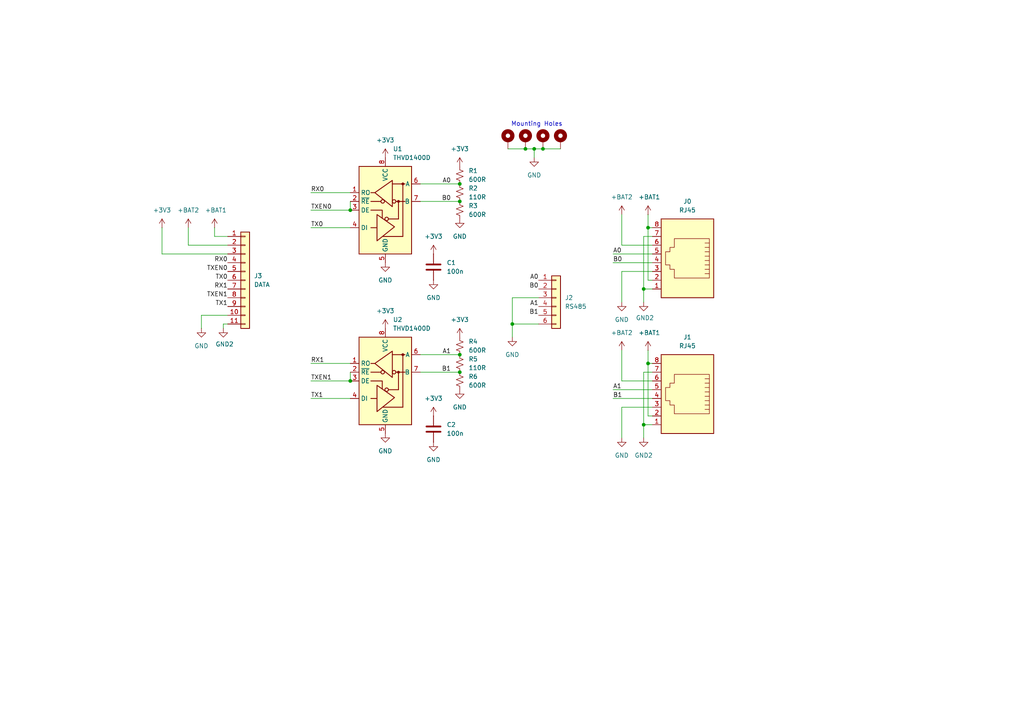
<source format=kicad_sch>
(kicad_sch
	(version 20231120)
	(generator "eeschema")
	(generator_version "8.0")
	(uuid "3592afae-f148-403e-9923-a3aecc1cae85")
	(paper "A4")
	(lib_symbols
		(symbol "Connector_Generic:Conn_01x06"
			(pin_names
				(offset 1.016) hide)
			(exclude_from_sim no)
			(in_bom yes)
			(on_board yes)
			(property "Reference" "J"
				(at 0 7.62 0)
				(effects
					(font
						(size 1.27 1.27)
					)
				)
			)
			(property "Value" "Conn_01x06"
				(at 0 -10.16 0)
				(effects
					(font
						(size 1.27 1.27)
					)
				)
			)
			(property "Footprint" ""
				(at 0 0 0)
				(effects
					(font
						(size 1.27 1.27)
					)
					(hide yes)
				)
			)
			(property "Datasheet" "~"
				(at 0 0 0)
				(effects
					(font
						(size 1.27 1.27)
					)
					(hide yes)
				)
			)
			(property "Description" "Generic connector, single row, 01x06, script generated (kicad-library-utils/schlib/autogen/connector/)"
				(at 0 0 0)
				(effects
					(font
						(size 1.27 1.27)
					)
					(hide yes)
				)
			)
			(property "ki_keywords" "connector"
				(at 0 0 0)
				(effects
					(font
						(size 1.27 1.27)
					)
					(hide yes)
				)
			)
			(property "ki_fp_filters" "Connector*:*_1x??_*"
				(at 0 0 0)
				(effects
					(font
						(size 1.27 1.27)
					)
					(hide yes)
				)
			)
			(symbol "Conn_01x06_1_1"
				(rectangle
					(start -1.27 -7.493)
					(end 0 -7.747)
					(stroke
						(width 0.1524)
						(type default)
					)
					(fill
						(type none)
					)
				)
				(rectangle
					(start -1.27 -4.953)
					(end 0 -5.207)
					(stroke
						(width 0.1524)
						(type default)
					)
					(fill
						(type none)
					)
				)
				(rectangle
					(start -1.27 -2.413)
					(end 0 -2.667)
					(stroke
						(width 0.1524)
						(type default)
					)
					(fill
						(type none)
					)
				)
				(rectangle
					(start -1.27 0.127)
					(end 0 -0.127)
					(stroke
						(width 0.1524)
						(type default)
					)
					(fill
						(type none)
					)
				)
				(rectangle
					(start -1.27 2.667)
					(end 0 2.413)
					(stroke
						(width 0.1524)
						(type default)
					)
					(fill
						(type none)
					)
				)
				(rectangle
					(start -1.27 5.207)
					(end 0 4.953)
					(stroke
						(width 0.1524)
						(type default)
					)
					(fill
						(type none)
					)
				)
				(rectangle
					(start -1.27 6.35)
					(end 1.27 -8.89)
					(stroke
						(width 0.254)
						(type default)
					)
					(fill
						(type background)
					)
				)
				(pin passive line
					(at -5.08 5.08 0)
					(length 3.81)
					(name "Pin_1"
						(effects
							(font
								(size 1.27 1.27)
							)
						)
					)
					(number "1"
						(effects
							(font
								(size 1.27 1.27)
							)
						)
					)
				)
				(pin passive line
					(at -5.08 2.54 0)
					(length 3.81)
					(name "Pin_2"
						(effects
							(font
								(size 1.27 1.27)
							)
						)
					)
					(number "2"
						(effects
							(font
								(size 1.27 1.27)
							)
						)
					)
				)
				(pin passive line
					(at -5.08 0 0)
					(length 3.81)
					(name "Pin_3"
						(effects
							(font
								(size 1.27 1.27)
							)
						)
					)
					(number "3"
						(effects
							(font
								(size 1.27 1.27)
							)
						)
					)
				)
				(pin passive line
					(at -5.08 -2.54 0)
					(length 3.81)
					(name "Pin_4"
						(effects
							(font
								(size 1.27 1.27)
							)
						)
					)
					(number "4"
						(effects
							(font
								(size 1.27 1.27)
							)
						)
					)
				)
				(pin passive line
					(at -5.08 -5.08 0)
					(length 3.81)
					(name "Pin_5"
						(effects
							(font
								(size 1.27 1.27)
							)
						)
					)
					(number "5"
						(effects
							(font
								(size 1.27 1.27)
							)
						)
					)
				)
				(pin passive line
					(at -5.08 -7.62 0)
					(length 3.81)
					(name "Pin_6"
						(effects
							(font
								(size 1.27 1.27)
							)
						)
					)
					(number "6"
						(effects
							(font
								(size 1.27 1.27)
							)
						)
					)
				)
			)
		)
		(symbol "Connector_Generic:Conn_01x11"
			(pin_names
				(offset 1.016) hide)
			(exclude_from_sim no)
			(in_bom yes)
			(on_board yes)
			(property "Reference" "J"
				(at 0 15.24 0)
				(effects
					(font
						(size 1.27 1.27)
					)
				)
			)
			(property "Value" "Conn_01x11"
				(at 0 -15.24 0)
				(effects
					(font
						(size 1.27 1.27)
					)
				)
			)
			(property "Footprint" ""
				(at 0 0 0)
				(effects
					(font
						(size 1.27 1.27)
					)
					(hide yes)
				)
			)
			(property "Datasheet" "~"
				(at 0 0 0)
				(effects
					(font
						(size 1.27 1.27)
					)
					(hide yes)
				)
			)
			(property "Description" "Generic connector, single row, 01x11, script generated (kicad-library-utils/schlib/autogen/connector/)"
				(at 0 0 0)
				(effects
					(font
						(size 1.27 1.27)
					)
					(hide yes)
				)
			)
			(property "ki_keywords" "connector"
				(at 0 0 0)
				(effects
					(font
						(size 1.27 1.27)
					)
					(hide yes)
				)
			)
			(property "ki_fp_filters" "Connector*:*_1x??_*"
				(at 0 0 0)
				(effects
					(font
						(size 1.27 1.27)
					)
					(hide yes)
				)
			)
			(symbol "Conn_01x11_1_1"
				(rectangle
					(start -1.27 -12.573)
					(end 0 -12.827)
					(stroke
						(width 0.1524)
						(type default)
					)
					(fill
						(type none)
					)
				)
				(rectangle
					(start -1.27 -10.033)
					(end 0 -10.287)
					(stroke
						(width 0.1524)
						(type default)
					)
					(fill
						(type none)
					)
				)
				(rectangle
					(start -1.27 -7.493)
					(end 0 -7.747)
					(stroke
						(width 0.1524)
						(type default)
					)
					(fill
						(type none)
					)
				)
				(rectangle
					(start -1.27 -4.953)
					(end 0 -5.207)
					(stroke
						(width 0.1524)
						(type default)
					)
					(fill
						(type none)
					)
				)
				(rectangle
					(start -1.27 -2.413)
					(end 0 -2.667)
					(stroke
						(width 0.1524)
						(type default)
					)
					(fill
						(type none)
					)
				)
				(rectangle
					(start -1.27 0.127)
					(end 0 -0.127)
					(stroke
						(width 0.1524)
						(type default)
					)
					(fill
						(type none)
					)
				)
				(rectangle
					(start -1.27 2.667)
					(end 0 2.413)
					(stroke
						(width 0.1524)
						(type default)
					)
					(fill
						(type none)
					)
				)
				(rectangle
					(start -1.27 5.207)
					(end 0 4.953)
					(stroke
						(width 0.1524)
						(type default)
					)
					(fill
						(type none)
					)
				)
				(rectangle
					(start -1.27 7.747)
					(end 0 7.493)
					(stroke
						(width 0.1524)
						(type default)
					)
					(fill
						(type none)
					)
				)
				(rectangle
					(start -1.27 10.287)
					(end 0 10.033)
					(stroke
						(width 0.1524)
						(type default)
					)
					(fill
						(type none)
					)
				)
				(rectangle
					(start -1.27 12.827)
					(end 0 12.573)
					(stroke
						(width 0.1524)
						(type default)
					)
					(fill
						(type none)
					)
				)
				(rectangle
					(start -1.27 13.97)
					(end 1.27 -13.97)
					(stroke
						(width 0.254)
						(type default)
					)
					(fill
						(type background)
					)
				)
				(pin passive line
					(at -5.08 12.7 0)
					(length 3.81)
					(name "Pin_1"
						(effects
							(font
								(size 1.27 1.27)
							)
						)
					)
					(number "1"
						(effects
							(font
								(size 1.27 1.27)
							)
						)
					)
				)
				(pin passive line
					(at -5.08 -10.16 0)
					(length 3.81)
					(name "Pin_10"
						(effects
							(font
								(size 1.27 1.27)
							)
						)
					)
					(number "10"
						(effects
							(font
								(size 1.27 1.27)
							)
						)
					)
				)
				(pin passive line
					(at -5.08 -12.7 0)
					(length 3.81)
					(name "Pin_11"
						(effects
							(font
								(size 1.27 1.27)
							)
						)
					)
					(number "11"
						(effects
							(font
								(size 1.27 1.27)
							)
						)
					)
				)
				(pin passive line
					(at -5.08 10.16 0)
					(length 3.81)
					(name "Pin_2"
						(effects
							(font
								(size 1.27 1.27)
							)
						)
					)
					(number "2"
						(effects
							(font
								(size 1.27 1.27)
							)
						)
					)
				)
				(pin passive line
					(at -5.08 7.62 0)
					(length 3.81)
					(name "Pin_3"
						(effects
							(font
								(size 1.27 1.27)
							)
						)
					)
					(number "3"
						(effects
							(font
								(size 1.27 1.27)
							)
						)
					)
				)
				(pin passive line
					(at -5.08 5.08 0)
					(length 3.81)
					(name "Pin_4"
						(effects
							(font
								(size 1.27 1.27)
							)
						)
					)
					(number "4"
						(effects
							(font
								(size 1.27 1.27)
							)
						)
					)
				)
				(pin passive line
					(at -5.08 2.54 0)
					(length 3.81)
					(name "Pin_5"
						(effects
							(font
								(size 1.27 1.27)
							)
						)
					)
					(number "5"
						(effects
							(font
								(size 1.27 1.27)
							)
						)
					)
				)
				(pin passive line
					(at -5.08 0 0)
					(length 3.81)
					(name "Pin_6"
						(effects
							(font
								(size 1.27 1.27)
							)
						)
					)
					(number "6"
						(effects
							(font
								(size 1.27 1.27)
							)
						)
					)
				)
				(pin passive line
					(at -5.08 -2.54 0)
					(length 3.81)
					(name "Pin_7"
						(effects
							(font
								(size 1.27 1.27)
							)
						)
					)
					(number "7"
						(effects
							(font
								(size 1.27 1.27)
							)
						)
					)
				)
				(pin passive line
					(at -5.08 -5.08 0)
					(length 3.81)
					(name "Pin_8"
						(effects
							(font
								(size 1.27 1.27)
							)
						)
					)
					(number "8"
						(effects
							(font
								(size 1.27 1.27)
							)
						)
					)
				)
				(pin passive line
					(at -5.08 -7.62 0)
					(length 3.81)
					(name "Pin_9"
						(effects
							(font
								(size 1.27 1.27)
							)
						)
					)
					(number "9"
						(effects
							(font
								(size 1.27 1.27)
							)
						)
					)
				)
			)
		)
		(symbol "Device:C"
			(pin_numbers hide)
			(pin_names
				(offset 0.254)
			)
			(exclude_from_sim no)
			(in_bom yes)
			(on_board yes)
			(property "Reference" "C"
				(at 0.635 2.54 0)
				(effects
					(font
						(size 1.27 1.27)
					)
					(justify left)
				)
			)
			(property "Value" "C"
				(at 0.635 -2.54 0)
				(effects
					(font
						(size 1.27 1.27)
					)
					(justify left)
				)
			)
			(property "Footprint" ""
				(at 0.9652 -3.81 0)
				(effects
					(font
						(size 1.27 1.27)
					)
					(hide yes)
				)
			)
			(property "Datasheet" "~"
				(at 0 0 0)
				(effects
					(font
						(size 1.27 1.27)
					)
					(hide yes)
				)
			)
			(property "Description" "Unpolarized capacitor"
				(at 0 0 0)
				(effects
					(font
						(size 1.27 1.27)
					)
					(hide yes)
				)
			)
			(property "ki_keywords" "cap capacitor"
				(at 0 0 0)
				(effects
					(font
						(size 1.27 1.27)
					)
					(hide yes)
				)
			)
			(property "ki_fp_filters" "C_*"
				(at 0 0 0)
				(effects
					(font
						(size 1.27 1.27)
					)
					(hide yes)
				)
			)
			(symbol "C_0_1"
				(polyline
					(pts
						(xy -2.032 -0.762) (xy 2.032 -0.762)
					)
					(stroke
						(width 0.508)
						(type default)
					)
					(fill
						(type none)
					)
				)
				(polyline
					(pts
						(xy -2.032 0.762) (xy 2.032 0.762)
					)
					(stroke
						(width 0.508)
						(type default)
					)
					(fill
						(type none)
					)
				)
			)
			(symbol "C_1_1"
				(pin passive line
					(at 0 3.81 270)
					(length 2.794)
					(name "~"
						(effects
							(font
								(size 1.27 1.27)
							)
						)
					)
					(number "1"
						(effects
							(font
								(size 1.27 1.27)
							)
						)
					)
				)
				(pin passive line
					(at 0 -3.81 90)
					(length 2.794)
					(name "~"
						(effects
							(font
								(size 1.27 1.27)
							)
						)
					)
					(number "2"
						(effects
							(font
								(size 1.27 1.27)
							)
						)
					)
				)
			)
		)
		(symbol "Device:R_Small_US"
			(pin_numbers hide)
			(pin_names
				(offset 0.254) hide)
			(exclude_from_sim no)
			(in_bom yes)
			(on_board yes)
			(property "Reference" "R"
				(at 0.762 0.508 0)
				(effects
					(font
						(size 1.27 1.27)
					)
					(justify left)
				)
			)
			(property "Value" "R_Small_US"
				(at 0.762 -1.016 0)
				(effects
					(font
						(size 1.27 1.27)
					)
					(justify left)
				)
			)
			(property "Footprint" ""
				(at 0 0 0)
				(effects
					(font
						(size 1.27 1.27)
					)
					(hide yes)
				)
			)
			(property "Datasheet" "~"
				(at 0 0 0)
				(effects
					(font
						(size 1.27 1.27)
					)
					(hide yes)
				)
			)
			(property "Description" "Resistor, small US symbol"
				(at 0 0 0)
				(effects
					(font
						(size 1.27 1.27)
					)
					(hide yes)
				)
			)
			(property "ki_keywords" "r resistor"
				(at 0 0 0)
				(effects
					(font
						(size 1.27 1.27)
					)
					(hide yes)
				)
			)
			(property "ki_fp_filters" "R_*"
				(at 0 0 0)
				(effects
					(font
						(size 1.27 1.27)
					)
					(hide yes)
				)
			)
			(symbol "R_Small_US_1_1"
				(polyline
					(pts
						(xy 0 0) (xy 1.016 -0.381) (xy 0 -0.762) (xy -1.016 -1.143) (xy 0 -1.524)
					)
					(stroke
						(width 0)
						(type default)
					)
					(fill
						(type none)
					)
				)
				(polyline
					(pts
						(xy 0 1.524) (xy 1.016 1.143) (xy 0 0.762) (xy -1.016 0.381) (xy 0 0)
					)
					(stroke
						(width 0)
						(type default)
					)
					(fill
						(type none)
					)
				)
				(pin passive line
					(at 0 2.54 270)
					(length 1.016)
					(name "~"
						(effects
							(font
								(size 1.27 1.27)
							)
						)
					)
					(number "1"
						(effects
							(font
								(size 1.27 1.27)
							)
						)
					)
				)
				(pin passive line
					(at 0 -2.54 90)
					(length 1.016)
					(name "~"
						(effects
							(font
								(size 1.27 1.27)
							)
						)
					)
					(number "2"
						(effects
							(font
								(size 1.27 1.27)
							)
						)
					)
				)
			)
		)
		(symbol "Interface_UART:THVD1400D"
			(exclude_from_sim no)
			(in_bom yes)
			(on_board yes)
			(property "Reference" "U"
				(at -6.096 11.43 0)
				(effects
					(font
						(size 1.27 1.27)
					)
				)
			)
			(property "Value" "THVD1400D"
				(at 0.762 11.43 0)
				(effects
					(font
						(size 1.27 1.27)
					)
					(justify left)
				)
			)
			(property "Footprint" "Package_SO:SOIC-8_3.9x4.9mm_P1.27mm"
				(at 0 -17.78 0)
				(effects
					(font
						(size 1.27 1.27)
					)
					(hide yes)
				)
			)
			(property "Datasheet" "https://www.ti.com/lit/ds/symlink/thvd1420.pdf"
				(at 0 1.27 0)
				(effects
					(font
						(size 1.27 1.27)
					)
					(hide yes)
				)
			)
			(property "Description" "Half duplex RS-485/RS-422, 500 Kbps, 3V - 5.5V supply, ±12kV electro-static discharge (ESD) protection, with receiver/driver enable, 32 receiver drive capacity, SOIC-8"
				(at 0 0 0)
				(effects
					(font
						(size 1.27 1.27)
					)
					(hide yes)
				)
			)
			(property "ki_keywords" "Half duplex 3.3V 5V RS-485 RS-422"
				(at 0 0 0)
				(effects
					(font
						(size 1.27 1.27)
					)
					(hide yes)
				)
			)
			(property "ki_fp_filters" "SOIC*3.9x4.9mm*P1.27mm*"
				(at 0 0 0)
				(effects
					(font
						(size 1.27 1.27)
					)
					(hide yes)
				)
			)
			(symbol "THVD1400D_0_1"
				(rectangle
					(start -7.62 12.7)
					(end 7.62 -12.7)
					(stroke
						(width 0.254)
						(type default)
					)
					(fill
						(type background)
					)
				)
				(polyline
					(pts
						(xy -4.191 2.54) (xy -1.27 2.54)
					)
					(stroke
						(width 0.254)
						(type default)
					)
					(fill
						(type none)
					)
				)
				(polyline
					(pts
						(xy -2.54 -5.08) (xy -4.191 -5.08)
					)
					(stroke
						(width 0.254)
						(type default)
					)
					(fill
						(type none)
					)
				)
				(polyline
					(pts
						(xy -0.635 -7.62) (xy 5.08 -7.62)
					)
					(stroke
						(width 0.254)
						(type default)
					)
					(fill
						(type none)
					)
				)
				(polyline
					(pts
						(xy 0.889 -2.54) (xy 3.81 -2.54)
					)
					(stroke
						(width 0.254)
						(type default)
					)
					(fill
						(type none)
					)
				)
				(polyline
					(pts
						(xy 2.032 7.62) (xy 5.715 7.62)
					)
					(stroke
						(width 0.254)
						(type default)
					)
					(fill
						(type none)
					)
				)
				(polyline
					(pts
						(xy 3.048 2.54) (xy 5.715 2.54)
					)
					(stroke
						(width 0.254)
						(type default)
					)
					(fill
						(type none)
					)
				)
				(polyline
					(pts
						(xy 3.81 -2.54) (xy 3.81 2.54)
					)
					(stroke
						(width 0.254)
						(type default)
					)
					(fill
						(type none)
					)
				)
				(polyline
					(pts
						(xy 5.08 -7.62) (xy 5.08 7.62)
					)
					(stroke
						(width 0.254)
						(type default)
					)
					(fill
						(type none)
					)
				)
				(polyline
					(pts
						(xy -4.191 0) (xy -0.889 0) (xy -0.889 -2.286)
					)
					(stroke
						(width 0.254)
						(type default)
					)
					(fill
						(type none)
					)
				)
				(polyline
					(pts
						(xy -3.175 5.08) (xy -4.191 5.08) (xy -4.064 5.08)
					)
					(stroke
						(width 0.254)
						(type default)
					)
					(fill
						(type none)
					)
				)
				(polyline
					(pts
						(xy -2.413 -5.08) (xy -2.413 -1.27) (xy 2.667 -4.826) (xy -2.413 -8.89) (xy -2.413 -5.08)
					)
					(stroke
						(width 0.254)
						(type default)
					)
					(fill
						(type none)
					)
				)
				(circle
					(center 0.381 -2.54)
					(radius 0.508)
					(stroke
						(width 0.254)
						(type default)
					)
					(fill
						(type none)
					)
				)
				(circle
					(center 3.81 2.54)
					(radius 0.2794)
					(stroke
						(width 0.254)
						(type default)
					)
					(fill
						(type outline)
					)
				)
			)
			(symbol "THVD1400D_1_1"
				(circle
					(center -0.762 2.54)
					(radius 0.508)
					(stroke
						(width 0.254)
						(type default)
					)
					(fill
						(type none)
					)
				)
				(polyline
					(pts
						(xy 2.032 4.826) (xy 2.032 8.636) (xy -3.048 5.08) (xy 2.032 1.016) (xy 2.032 4.826)
					)
					(stroke
						(width 0.254)
						(type default)
					)
					(fill
						(type none)
					)
				)
				(circle
					(center 2.54 2.54)
					(radius 0.508)
					(stroke
						(width 0.254)
						(type default)
					)
					(fill
						(type none)
					)
				)
				(circle
					(center 5.08 7.62)
					(radius 0.2794)
					(stroke
						(width 0.254)
						(type default)
					)
					(fill
						(type outline)
					)
				)
				(pin output line
					(at -10.16 5.08 0)
					(length 2.54)
					(name "RO"
						(effects
							(font
								(size 1.27 1.27)
							)
						)
					)
					(number "1"
						(effects
							(font
								(size 1.27 1.27)
							)
						)
					)
				)
				(pin input line
					(at -10.16 2.54 0)
					(length 2.54)
					(name "~{RE}"
						(effects
							(font
								(size 1.27 1.27)
							)
						)
					)
					(number "2"
						(effects
							(font
								(size 1.27 1.27)
							)
						)
					)
				)
				(pin input line
					(at -10.16 0 0)
					(length 2.54)
					(name "DE"
						(effects
							(font
								(size 1.27 1.27)
							)
						)
					)
					(number "3"
						(effects
							(font
								(size 1.27 1.27)
							)
						)
					)
				)
				(pin input line
					(at -10.16 -5.08 0)
					(length 2.54)
					(name "DI"
						(effects
							(font
								(size 1.27 1.27)
							)
						)
					)
					(number "4"
						(effects
							(font
								(size 1.27 1.27)
							)
						)
					)
				)
				(pin power_in line
					(at 0 -15.24 90)
					(length 2.54)
					(name "GND"
						(effects
							(font
								(size 1.27 1.27)
							)
						)
					)
					(number "5"
						(effects
							(font
								(size 1.27 1.27)
							)
						)
					)
				)
				(pin bidirectional line
					(at 10.16 7.62 180)
					(length 2.54)
					(name "A"
						(effects
							(font
								(size 1.27 1.27)
							)
						)
					)
					(number "6"
						(effects
							(font
								(size 1.27 1.27)
							)
						)
					)
				)
				(pin bidirectional line
					(at 10.16 2.54 180)
					(length 2.54)
					(name "B"
						(effects
							(font
								(size 1.27 1.27)
							)
						)
					)
					(number "7"
						(effects
							(font
								(size 1.27 1.27)
							)
						)
					)
				)
				(pin power_in line
					(at 0 15.24 270)
					(length 2.54)
					(name "VCC"
						(effects
							(font
								(size 1.27 1.27)
							)
						)
					)
					(number "8"
						(effects
							(font
								(size 1.27 1.27)
							)
						)
					)
				)
			)
		)
		(symbol "Mechanical:MountingHole_Pad"
			(pin_numbers hide)
			(pin_names
				(offset 1.016) hide)
			(exclude_from_sim yes)
			(in_bom no)
			(on_board yes)
			(property "Reference" "H"
				(at 0 6.35 0)
				(effects
					(font
						(size 1.27 1.27)
					)
				)
			)
			(property "Value" "MountingHole_Pad"
				(at 0 4.445 0)
				(effects
					(font
						(size 1.27 1.27)
					)
				)
			)
			(property "Footprint" ""
				(at 0 0 0)
				(effects
					(font
						(size 1.27 1.27)
					)
					(hide yes)
				)
			)
			(property "Datasheet" "~"
				(at 0 0 0)
				(effects
					(font
						(size 1.27 1.27)
					)
					(hide yes)
				)
			)
			(property "Description" "Mounting Hole with connection"
				(at 0 0 0)
				(effects
					(font
						(size 1.27 1.27)
					)
					(hide yes)
				)
			)
			(property "ki_keywords" "mounting hole"
				(at 0 0 0)
				(effects
					(font
						(size 1.27 1.27)
					)
					(hide yes)
				)
			)
			(property "ki_fp_filters" "MountingHole*Pad*"
				(at 0 0 0)
				(effects
					(font
						(size 1.27 1.27)
					)
					(hide yes)
				)
			)
			(symbol "MountingHole_Pad_0_1"
				(circle
					(center 0 1.27)
					(radius 1.27)
					(stroke
						(width 1.27)
						(type default)
					)
					(fill
						(type none)
					)
				)
			)
			(symbol "MountingHole_Pad_1_1"
				(pin input line
					(at 0 -2.54 90)
					(length 2.54)
					(name "1"
						(effects
							(font
								(size 1.27 1.27)
							)
						)
					)
					(number "1"
						(effects
							(font
								(size 1.27 1.27)
							)
						)
					)
				)
			)
		)
		(symbol "MyLib:RJ45_SS-700810-NF"
			(pin_names
				(offset 1.016)
			)
			(exclude_from_sim no)
			(in_bom yes)
			(on_board yes)
			(property "Reference" "J"
				(at -5.08 13.97 0)
				(effects
					(font
						(size 1.27 1.27)
					)
					(justify right)
				)
			)
			(property "Value" "RJ45"
				(at 2.54 13.97 0)
				(effects
					(font
						(size 1.27 1.27)
					)
					(justify left)
				)
			)
			(property "Footprint" "MyLib:RJ45_SS-700810-NF"
				(at 0 0.635 90)
				(effects
					(font
						(size 1.27 1.27)
					)
					(hide yes)
				)
			)
			(property "Datasheet" "https://www.mouser.com/datasheet/2/643/dr_stw_ss_700810_nf-1218391.pdf"
				(at 0 0.635 90)
				(effects
					(font
						(size 1.27 1.27)
					)
					(hide yes)
				)
			)
			(property "Description" "RJ connector, 8P8C (8 positions 8 connected), RJ45 SS-700810-NF "
				(at 16.51 -12.7 0)
				(effects
					(font
						(size 1.27 1.27)
					)
					(hide yes)
				)
			)
			(property "ki_keywords" "8P8C RJ socket connector"
				(at 0 0 0)
				(effects
					(font
						(size 1.27 1.27)
					)
					(hide yes)
				)
			)
			(property "ki_fp_filters" "8P8C* RJ31* RJ32* RJ33* RJ34* RJ35* RJ41* RJ45* RJ49* RJ61*"
				(at 0 0 0)
				(effects
					(font
						(size 1.27 1.27)
					)
					(hide yes)
				)
			)
			(symbol "RJ45_SS-700810-NF_0_1"
				(polyline
					(pts
						(xy -5.08 4.445) (xy -6.35 4.445)
					)
					(stroke
						(width 0)
						(type default)
					)
					(fill
						(type none)
					)
				)
				(polyline
					(pts
						(xy -5.08 5.715) (xy -6.35 5.715)
					)
					(stroke
						(width 0)
						(type default)
					)
					(fill
						(type none)
					)
				)
				(polyline
					(pts
						(xy -6.35 -3.175) (xy -5.08 -3.175) (xy -5.08 -3.175)
					)
					(stroke
						(width 0)
						(type default)
					)
					(fill
						(type none)
					)
				)
				(polyline
					(pts
						(xy -6.35 -1.905) (xy -5.08 -1.905) (xy -5.08 -1.905)
					)
					(stroke
						(width 0)
						(type default)
					)
					(fill
						(type none)
					)
				)
				(polyline
					(pts
						(xy -6.35 -0.635) (xy -5.08 -0.635) (xy -5.08 -0.635)
					)
					(stroke
						(width 0)
						(type default)
					)
					(fill
						(type none)
					)
				)
				(polyline
					(pts
						(xy -6.35 0.635) (xy -5.08 0.635) (xy -5.08 0.635)
					)
					(stroke
						(width 0)
						(type default)
					)
					(fill
						(type none)
					)
				)
				(polyline
					(pts
						(xy -6.35 1.905) (xy -5.08 1.905) (xy -5.08 1.905)
					)
					(stroke
						(width 0)
						(type default)
					)
					(fill
						(type none)
					)
				)
				(polyline
					(pts
						(xy -5.08 3.175) (xy -6.35 3.175) (xy -6.35 3.175)
					)
					(stroke
						(width 0)
						(type default)
					)
					(fill
						(type none)
					)
				)
				(polyline
					(pts
						(xy -6.35 -4.445) (xy -6.35 6.985) (xy 3.81 6.985) (xy 3.81 4.445) (xy 5.08 4.445) (xy 5.08 3.175)
						(xy 6.35 3.175) (xy 6.35 -0.635) (xy 5.08 -0.635) (xy 5.08 -1.905) (xy 3.81 -1.905) (xy 3.81 -4.445)
						(xy -6.35 -4.445) (xy -6.35 -4.445)
					)
					(stroke
						(width 0)
						(type default)
					)
					(fill
						(type none)
					)
				)
				(rectangle
					(start 7.62 12.7)
					(end -7.62 -10.16)
					(stroke
						(width 0.254)
						(type default)
					)
					(fill
						(type background)
					)
				)
			)
			(symbol "RJ45_SS-700810-NF_1_1"
				(pin passive line
					(at 10.16 -7.62 180)
					(length 2.54)
					(name "~"
						(effects
							(font
								(size 1.27 1.27)
							)
						)
					)
					(number "1"
						(effects
							(font
								(size 1.27 1.27)
							)
						)
					)
				)
				(pin passive line
					(at 10.16 -5.08 180)
					(length 2.54)
					(name "~"
						(effects
							(font
								(size 1.27 1.27)
							)
						)
					)
					(number "2"
						(effects
							(font
								(size 1.27 1.27)
							)
						)
					)
				)
				(pin passive line
					(at 10.16 -2.54 180)
					(length 2.54)
					(name "~"
						(effects
							(font
								(size 1.27 1.27)
							)
						)
					)
					(number "3"
						(effects
							(font
								(size 1.27 1.27)
							)
						)
					)
				)
				(pin passive line
					(at 10.16 0 180)
					(length 2.54)
					(name "~"
						(effects
							(font
								(size 1.27 1.27)
							)
						)
					)
					(number "4"
						(effects
							(font
								(size 1.27 1.27)
							)
						)
					)
				)
				(pin passive line
					(at 10.16 2.54 180)
					(length 2.54)
					(name "~"
						(effects
							(font
								(size 1.27 1.27)
							)
						)
					)
					(number "5"
						(effects
							(font
								(size 1.27 1.27)
							)
						)
					)
				)
				(pin passive line
					(at 10.16 5.08 180)
					(length 2.54)
					(name "~"
						(effects
							(font
								(size 1.27 1.27)
							)
						)
					)
					(number "6"
						(effects
							(font
								(size 1.27 1.27)
							)
						)
					)
				)
				(pin passive line
					(at 10.16 7.62 180)
					(length 2.54)
					(name "~"
						(effects
							(font
								(size 1.27 1.27)
							)
						)
					)
					(number "7"
						(effects
							(font
								(size 1.27 1.27)
							)
						)
					)
				)
				(pin passive line
					(at 10.16 10.16 180)
					(length 2.54)
					(name "~"
						(effects
							(font
								(size 1.27 1.27)
							)
						)
					)
					(number "8"
						(effects
							(font
								(size 1.27 1.27)
							)
						)
					)
				)
			)
		)
		(symbol "power:+3V3"
			(power)
			(pin_numbers hide)
			(pin_names
				(offset 0) hide)
			(exclude_from_sim no)
			(in_bom yes)
			(on_board yes)
			(property "Reference" "#PWR"
				(at 0 -3.81 0)
				(effects
					(font
						(size 1.27 1.27)
					)
					(hide yes)
				)
			)
			(property "Value" "+3V3"
				(at 0 3.556 0)
				(effects
					(font
						(size 1.27 1.27)
					)
				)
			)
			(property "Footprint" ""
				(at 0 0 0)
				(effects
					(font
						(size 1.27 1.27)
					)
					(hide yes)
				)
			)
			(property "Datasheet" ""
				(at 0 0 0)
				(effects
					(font
						(size 1.27 1.27)
					)
					(hide yes)
				)
			)
			(property "Description" "Power symbol creates a global label with name \"+3V3\""
				(at 0 0 0)
				(effects
					(font
						(size 1.27 1.27)
					)
					(hide yes)
				)
			)
			(property "ki_keywords" "global power"
				(at 0 0 0)
				(effects
					(font
						(size 1.27 1.27)
					)
					(hide yes)
				)
			)
			(symbol "+3V3_0_1"
				(polyline
					(pts
						(xy -0.762 1.27) (xy 0 2.54)
					)
					(stroke
						(width 0)
						(type default)
					)
					(fill
						(type none)
					)
				)
				(polyline
					(pts
						(xy 0 0) (xy 0 2.54)
					)
					(stroke
						(width 0)
						(type default)
					)
					(fill
						(type none)
					)
				)
				(polyline
					(pts
						(xy 0 2.54) (xy 0.762 1.27)
					)
					(stroke
						(width 0)
						(type default)
					)
					(fill
						(type none)
					)
				)
			)
			(symbol "+3V3_1_1"
				(pin power_in line
					(at 0 0 90)
					(length 0)
					(name "~"
						(effects
							(font
								(size 1.27 1.27)
							)
						)
					)
					(number "1"
						(effects
							(font
								(size 1.27 1.27)
							)
						)
					)
				)
			)
		)
		(symbol "power:+BATT"
			(power)
			(pin_numbers hide)
			(pin_names
				(offset 0) hide)
			(exclude_from_sim no)
			(in_bom yes)
			(on_board yes)
			(property "Reference" "#PWR"
				(at 0 -3.81 0)
				(effects
					(font
						(size 1.27 1.27)
					)
					(hide yes)
				)
			)
			(property "Value" "+BATT"
				(at 0 3.556 0)
				(effects
					(font
						(size 1.27 1.27)
					)
				)
			)
			(property "Footprint" ""
				(at 0 0 0)
				(effects
					(font
						(size 1.27 1.27)
					)
					(hide yes)
				)
			)
			(property "Datasheet" ""
				(at 0 0 0)
				(effects
					(font
						(size 1.27 1.27)
					)
					(hide yes)
				)
			)
			(property "Description" "Power symbol creates a global label with name \"+BATT\""
				(at 0 0 0)
				(effects
					(font
						(size 1.27 1.27)
					)
					(hide yes)
				)
			)
			(property "ki_keywords" "global power battery"
				(at 0 0 0)
				(effects
					(font
						(size 1.27 1.27)
					)
					(hide yes)
				)
			)
			(symbol "+BATT_0_1"
				(polyline
					(pts
						(xy -0.762 1.27) (xy 0 2.54)
					)
					(stroke
						(width 0)
						(type default)
					)
					(fill
						(type none)
					)
				)
				(polyline
					(pts
						(xy 0 0) (xy 0 2.54)
					)
					(stroke
						(width 0)
						(type default)
					)
					(fill
						(type none)
					)
				)
				(polyline
					(pts
						(xy 0 2.54) (xy 0.762 1.27)
					)
					(stroke
						(width 0)
						(type default)
					)
					(fill
						(type none)
					)
				)
			)
			(symbol "+BATT_1_1"
				(pin power_in line
					(at 0 0 90)
					(length 0)
					(name "~"
						(effects
							(font
								(size 1.27 1.27)
							)
						)
					)
					(number "1"
						(effects
							(font
								(size 1.27 1.27)
							)
						)
					)
				)
			)
		)
		(symbol "power:GND"
			(power)
			(pin_numbers hide)
			(pin_names
				(offset 0) hide)
			(exclude_from_sim no)
			(in_bom yes)
			(on_board yes)
			(property "Reference" "#PWR"
				(at 0 -6.35 0)
				(effects
					(font
						(size 1.27 1.27)
					)
					(hide yes)
				)
			)
			(property "Value" "GND"
				(at 0 -3.81 0)
				(effects
					(font
						(size 1.27 1.27)
					)
				)
			)
			(property "Footprint" ""
				(at 0 0 0)
				(effects
					(font
						(size 1.27 1.27)
					)
					(hide yes)
				)
			)
			(property "Datasheet" ""
				(at 0 0 0)
				(effects
					(font
						(size 1.27 1.27)
					)
					(hide yes)
				)
			)
			(property "Description" "Power symbol creates a global label with name \"GND\" , ground"
				(at 0 0 0)
				(effects
					(font
						(size 1.27 1.27)
					)
					(hide yes)
				)
			)
			(property "ki_keywords" "global power"
				(at 0 0 0)
				(effects
					(font
						(size 1.27 1.27)
					)
					(hide yes)
				)
			)
			(symbol "GND_0_1"
				(polyline
					(pts
						(xy 0 0) (xy 0 -1.27) (xy 1.27 -1.27) (xy 0 -2.54) (xy -1.27 -1.27) (xy 0 -1.27)
					)
					(stroke
						(width 0)
						(type default)
					)
					(fill
						(type none)
					)
				)
			)
			(symbol "GND_1_1"
				(pin power_in line
					(at 0 0 270)
					(length 0)
					(name "~"
						(effects
							(font
								(size 1.27 1.27)
							)
						)
					)
					(number "1"
						(effects
							(font
								(size 1.27 1.27)
							)
						)
					)
				)
			)
		)
	)
	(junction
		(at 152.4 43.18)
		(diameter 0)
		(color 0 0 0 0)
		(uuid "149ec09d-2571-417c-af6d-3de79aaf111a")
	)
	(junction
		(at 157.48 43.18)
		(diameter 0)
		(color 0 0 0 0)
		(uuid "1a416cf8-6b6c-4b42-9d75-8abeaa88865c")
	)
	(junction
		(at 101.6 110.49)
		(diameter 0)
		(color 0 0 0 0)
		(uuid "223379f1-2562-47ab-9c03-a62da9fe74d8")
	)
	(junction
		(at 148.59 93.98)
		(diameter 0)
		(color 0 0 0 0)
		(uuid "38015aee-4a03-4b54-9d21-dceefcbd2375")
	)
	(junction
		(at 154.94 43.18)
		(diameter 0)
		(color 0 0 0 0)
		(uuid "6ab541a3-1ba4-409e-b4de-3a930c0f30d1")
	)
	(junction
		(at 186.69 123.19)
		(diameter 0)
		(color 0 0 0 0)
		(uuid "6b5578a2-d904-42da-8553-40dce827950b")
	)
	(junction
		(at 133.35 102.87)
		(diameter 0)
		(color 0 0 0 0)
		(uuid "6e0e84cf-aabf-4d27-b3b2-dc11dbe9184d")
	)
	(junction
		(at 133.35 107.95)
		(diameter 0)
		(color 0 0 0 0)
		(uuid "82c39839-1a44-489c-b4f9-0eba8985fd53")
	)
	(junction
		(at 133.35 53.34)
		(diameter 0)
		(color 0 0 0 0)
		(uuid "a6a9f565-1d87-45d4-8c2f-6ce940442aba")
	)
	(junction
		(at 133.35 58.42)
		(diameter 0)
		(color 0 0 0 0)
		(uuid "a9edeb95-6f3c-43c4-8e88-52699637fa81")
	)
	(junction
		(at 101.6 60.96)
		(diameter 0)
		(color 0 0 0 0)
		(uuid "b7c9a4cb-6b55-409a-a3cc-ecbb712e0e20")
	)
	(junction
		(at 187.96 66.04)
		(diameter 0)
		(color 0 0 0 0)
		(uuid "d1783ba2-94f0-4d84-8947-c07512b8cb20")
	)
	(junction
		(at 187.96 105.41)
		(diameter 0)
		(color 0 0 0 0)
		(uuid "d93d8d2e-b968-418e-a2cd-843e3ca50fbb")
	)
	(junction
		(at 186.69 83.82)
		(diameter 0)
		(color 0 0 0 0)
		(uuid "f93bd348-fa63-4206-834b-9a4d849bde65")
	)
	(wire
		(pts
			(xy 121.92 53.34) (xy 133.35 53.34)
		)
		(stroke
			(width 0)
			(type default)
		)
		(uuid "0072a2c9-5117-4e70-8ac3-93694d516646")
	)
	(wire
		(pts
			(xy 187.96 66.04) (xy 187.96 81.28)
		)
		(stroke
			(width 0)
			(type default)
		)
		(uuid "063bb50e-dd68-428f-b1d4-3d0e11d1bade")
	)
	(wire
		(pts
			(xy 148.59 93.98) (xy 148.59 86.36)
		)
		(stroke
			(width 0)
			(type default)
		)
		(uuid "083ed3c6-8b1d-42fe-8b4e-3f0f08987b6a")
	)
	(wire
		(pts
			(xy 90.17 55.88) (xy 101.6 55.88)
		)
		(stroke
			(width 0)
			(type default)
		)
		(uuid "0a264e24-dd60-4253-af5a-c589f56a0230")
	)
	(wire
		(pts
			(xy 147.32 43.18) (xy 152.4 43.18)
		)
		(stroke
			(width 0)
			(type default)
		)
		(uuid "0c710be0-8ae1-477e-9337-e5f4d8724b58")
	)
	(wire
		(pts
			(xy 177.8 76.2) (xy 189.23 76.2)
		)
		(stroke
			(width 0)
			(type default)
		)
		(uuid "0cd788de-00b3-4adc-9d8b-1cf074c48dbf")
	)
	(wire
		(pts
			(xy 186.69 123.19) (xy 189.23 123.19)
		)
		(stroke
			(width 0)
			(type default)
		)
		(uuid "0f022379-6220-4cc7-b7be-0f4647ebd0c0")
	)
	(wire
		(pts
			(xy 177.8 115.57) (xy 189.23 115.57)
		)
		(stroke
			(width 0)
			(type default)
		)
		(uuid "158a11d4-5177-4d0e-9e51-c3584bb0d2ba")
	)
	(wire
		(pts
			(xy 121.92 107.95) (xy 133.35 107.95)
		)
		(stroke
			(width 0)
			(type default)
		)
		(uuid "166a7f3c-fa39-4316-87bc-963a0f48f09f")
	)
	(wire
		(pts
			(xy 90.17 60.96) (xy 101.6 60.96)
		)
		(stroke
			(width 0)
			(type default)
		)
		(uuid "1d79f739-b7dc-4664-a45f-0d57ec089625")
	)
	(wire
		(pts
			(xy 189.23 78.74) (xy 180.34 78.74)
		)
		(stroke
			(width 0)
			(type default)
		)
		(uuid "1f6ccd04-11b4-49ca-84a1-75e3df5c9a7d")
	)
	(wire
		(pts
			(xy 189.23 120.65) (xy 187.96 120.65)
		)
		(stroke
			(width 0)
			(type default)
		)
		(uuid "1fe155fe-15e2-441f-b211-f7d417fa4021")
	)
	(wire
		(pts
			(xy 64.77 95.25) (xy 64.77 93.98)
		)
		(stroke
			(width 0)
			(type default)
		)
		(uuid "21f658b2-2404-4f1b-aa2e-53f677aba74e")
	)
	(wire
		(pts
			(xy 189.23 105.41) (xy 187.96 105.41)
		)
		(stroke
			(width 0)
			(type default)
		)
		(uuid "25863545-3c30-46d2-b8d9-511bdbfbc864")
	)
	(wire
		(pts
			(xy 177.8 113.03) (xy 189.23 113.03)
		)
		(stroke
			(width 0)
			(type default)
		)
		(uuid "270b112c-a70d-43c6-badb-4b1c5f38799e")
	)
	(wire
		(pts
			(xy 54.61 71.12) (xy 54.61 66.04)
		)
		(stroke
			(width 0)
			(type default)
		)
		(uuid "2b2fc99e-2ffb-4669-bbd3-97e0339db757")
	)
	(wire
		(pts
			(xy 90.17 105.41) (xy 101.6 105.41)
		)
		(stroke
			(width 0)
			(type default)
		)
		(uuid "2c7d6e8a-b851-4e19-b8fb-c721a4ad39cc")
	)
	(wire
		(pts
			(xy 62.23 66.04) (xy 62.23 68.58)
		)
		(stroke
			(width 0)
			(type default)
		)
		(uuid "2e40eff0-4238-429e-a2ac-59a1ab94076e")
	)
	(wire
		(pts
			(xy 46.99 73.66) (xy 46.99 66.04)
		)
		(stroke
			(width 0)
			(type default)
		)
		(uuid "2e5ac4fd-f3eb-4d5f-804e-a9722896a6e6")
	)
	(wire
		(pts
			(xy 180.34 118.11) (xy 180.34 127)
		)
		(stroke
			(width 0)
			(type default)
		)
		(uuid "2fb2c4df-3aa7-4a2e-8c8a-d106721efd60")
	)
	(wire
		(pts
			(xy 90.17 115.57) (xy 101.6 115.57)
		)
		(stroke
			(width 0)
			(type default)
		)
		(uuid "3125dc61-ddf4-457d-bfca-fa10dcfd348f")
	)
	(wire
		(pts
			(xy 186.69 83.82) (xy 189.23 83.82)
		)
		(stroke
			(width 0)
			(type default)
		)
		(uuid "334b25df-b1e7-4a62-8f8d-3f58337473f3")
	)
	(wire
		(pts
			(xy 148.59 86.36) (xy 156.21 86.36)
		)
		(stroke
			(width 0)
			(type default)
		)
		(uuid "3ab96dac-499d-409f-8565-ccd2d56ef7af")
	)
	(wire
		(pts
			(xy 180.34 62.23) (xy 180.34 71.12)
		)
		(stroke
			(width 0)
			(type default)
		)
		(uuid "40584c77-137b-4ada-8ffd-7057228bfd19")
	)
	(wire
		(pts
			(xy 157.48 43.18) (xy 162.56 43.18)
		)
		(stroke
			(width 0)
			(type default)
		)
		(uuid "41fa2074-f71f-48f2-8aa0-85e9a420347c")
	)
	(wire
		(pts
			(xy 154.94 43.18) (xy 157.48 43.18)
		)
		(stroke
			(width 0)
			(type default)
		)
		(uuid "4328ff60-3242-44d0-a64e-225f437d4981")
	)
	(wire
		(pts
			(xy 101.6 107.95) (xy 101.6 110.49)
		)
		(stroke
			(width 0)
			(type default)
		)
		(uuid "4801f62e-f3d3-4333-85d5-cc94f7b20bc3")
	)
	(wire
		(pts
			(xy 46.99 73.66) (xy 66.04 73.66)
		)
		(stroke
			(width 0)
			(type default)
		)
		(uuid "483d0613-ad51-49e7-acf4-45c0f819c304")
	)
	(wire
		(pts
			(xy 187.96 105.41) (xy 187.96 120.65)
		)
		(stroke
			(width 0)
			(type default)
		)
		(uuid "4bfdf939-c232-4724-a144-154f5ebb411e")
	)
	(wire
		(pts
			(xy 186.69 107.95) (xy 186.69 123.19)
		)
		(stroke
			(width 0)
			(type default)
		)
		(uuid "4c620be5-5827-4e98-b742-2af207d2a4e6")
	)
	(wire
		(pts
			(xy 58.42 91.44) (xy 66.04 91.44)
		)
		(stroke
			(width 0)
			(type default)
		)
		(uuid "4d6d5b5d-0610-470c-b571-efd188cbd63b")
	)
	(wire
		(pts
			(xy 186.69 123.19) (xy 186.69 127)
		)
		(stroke
			(width 0)
			(type default)
		)
		(uuid "51350dd2-b3ca-4285-9bc4-88a1ef2470f1")
	)
	(wire
		(pts
			(xy 177.8 73.66) (xy 189.23 73.66)
		)
		(stroke
			(width 0)
			(type default)
		)
		(uuid "59b48add-2068-4891-9194-c7610d3c53eb")
	)
	(wire
		(pts
			(xy 121.92 102.87) (xy 133.35 102.87)
		)
		(stroke
			(width 0)
			(type default)
		)
		(uuid "5a15bbc5-4f3b-4101-b62b-646ec6870fe7")
	)
	(wire
		(pts
			(xy 101.6 58.42) (xy 101.6 60.96)
		)
		(stroke
			(width 0)
			(type default)
		)
		(uuid "5e62ee35-098e-4ab2-97bf-b4cb3797a445")
	)
	(wire
		(pts
			(xy 64.77 93.98) (xy 66.04 93.98)
		)
		(stroke
			(width 0)
			(type default)
		)
		(uuid "63c3c009-be16-41e1-a958-7fe05fd2402e")
	)
	(wire
		(pts
			(xy 62.23 68.58) (xy 66.04 68.58)
		)
		(stroke
			(width 0)
			(type default)
		)
		(uuid "66498c9a-b254-45aa-94d6-ece2d0d6f0af")
	)
	(wire
		(pts
			(xy 90.17 110.49) (xy 101.6 110.49)
		)
		(stroke
			(width 0)
			(type default)
		)
		(uuid "730108c8-73c7-416d-8df6-3817395a1095")
	)
	(wire
		(pts
			(xy 148.59 93.98) (xy 156.21 93.98)
		)
		(stroke
			(width 0)
			(type default)
		)
		(uuid "7b07fe6d-38a8-466b-ac7b-0c831677d798")
	)
	(wire
		(pts
			(xy 186.69 68.58) (xy 186.69 83.82)
		)
		(stroke
			(width 0)
			(type default)
		)
		(uuid "99b23d8a-89d3-45b7-8c87-d5f000eb3de4")
	)
	(wire
		(pts
			(xy 189.23 66.04) (xy 187.96 66.04)
		)
		(stroke
			(width 0)
			(type default)
		)
		(uuid "9b695260-fb47-4c4f-9c05-3224a786c706")
	)
	(wire
		(pts
			(xy 154.94 43.18) (xy 154.94 45.72)
		)
		(stroke
			(width 0)
			(type default)
		)
		(uuid "9c8c69b9-3c8c-4772-b836-ad3fb088f89d")
	)
	(wire
		(pts
			(xy 189.23 71.12) (xy 180.34 71.12)
		)
		(stroke
			(width 0)
			(type default)
		)
		(uuid "a6485421-3aac-459c-98ab-423c00e74ef7")
	)
	(wire
		(pts
			(xy 121.92 58.42) (xy 133.35 58.42)
		)
		(stroke
			(width 0)
			(type default)
		)
		(uuid "a8eca944-92d2-4033-a061-c671b2744de2")
	)
	(wire
		(pts
			(xy 189.23 81.28) (xy 187.96 81.28)
		)
		(stroke
			(width 0)
			(type default)
		)
		(uuid "b7173931-ac64-460c-9bd5-e86fd459dbc4")
	)
	(wire
		(pts
			(xy 148.59 97.79) (xy 148.59 93.98)
		)
		(stroke
			(width 0)
			(type default)
		)
		(uuid "b9dae0d0-9712-4e6f-a871-3b5668beb916")
	)
	(wire
		(pts
			(xy 187.96 105.41) (xy 187.96 101.6)
		)
		(stroke
			(width 0)
			(type default)
		)
		(uuid "bd9742ff-3cd2-4560-8931-c97a12dc5c51")
	)
	(wire
		(pts
			(xy 186.69 68.58) (xy 189.23 68.58)
		)
		(stroke
			(width 0)
			(type default)
		)
		(uuid "c04ec225-0db8-43a0-89ca-6152f8d7bb4e")
	)
	(wire
		(pts
			(xy 189.23 110.49) (xy 180.34 110.49)
		)
		(stroke
			(width 0)
			(type default)
		)
		(uuid "c74ab023-7009-4ad0-8fc0-1b8ab8b67ae1")
	)
	(wire
		(pts
			(xy 186.69 83.82) (xy 186.69 87.63)
		)
		(stroke
			(width 0)
			(type default)
		)
		(uuid "c9a24a0a-ff9f-487d-8526-ac578f7eab4e")
	)
	(wire
		(pts
			(xy 187.96 66.04) (xy 187.96 62.23)
		)
		(stroke
			(width 0)
			(type default)
		)
		(uuid "cb33fcc9-a0d1-4ec0-a912-fa8a77031046")
	)
	(wire
		(pts
			(xy 90.17 66.04) (xy 101.6 66.04)
		)
		(stroke
			(width 0)
			(type default)
		)
		(uuid "cb66a4c2-c356-4f9f-9e2e-7606de8dae89")
	)
	(wire
		(pts
			(xy 189.23 118.11) (xy 180.34 118.11)
		)
		(stroke
			(width 0)
			(type default)
		)
		(uuid "cd8acb45-709d-4f43-81c3-4e8c3c80c62e")
	)
	(wire
		(pts
			(xy 186.69 107.95) (xy 189.23 107.95)
		)
		(stroke
			(width 0)
			(type default)
		)
		(uuid "d1e7fa52-e9b8-4594-b1ae-73683b3734bc")
	)
	(wire
		(pts
			(xy 58.42 95.25) (xy 58.42 91.44)
		)
		(stroke
			(width 0)
			(type default)
		)
		(uuid "d57627c9-0a9c-47ef-847c-28d3fa7690ed")
	)
	(wire
		(pts
			(xy 180.34 101.6) (xy 180.34 110.49)
		)
		(stroke
			(width 0)
			(type default)
		)
		(uuid "dedb1ed6-676c-43c5-94e4-7c96326592cc")
	)
	(wire
		(pts
			(xy 66.04 71.12) (xy 54.61 71.12)
		)
		(stroke
			(width 0)
			(type default)
		)
		(uuid "e81ed365-57d7-46ce-8437-7aaf714981e7")
	)
	(wire
		(pts
			(xy 152.4 43.18) (xy 154.94 43.18)
		)
		(stroke
			(width 0)
			(type default)
		)
		(uuid "e85e3943-f4f8-4d1e-a017-25b6bf003fd0")
	)
	(wire
		(pts
			(xy 180.34 78.74) (xy 180.34 87.63)
		)
		(stroke
			(width 0)
			(type default)
		)
		(uuid "fae9c2eb-d312-4cb1-9f4d-1e8503f770ec")
	)
	(text "Mounting Holes"
		(exclude_from_sim no)
		(at 155.702 36.068 0)
		(effects
			(font
				(size 1.27 1.27)
			)
		)
		(uuid "4ec9cfb8-e074-4b42-a9f6-6fb42d753fc8")
	)
	(label "A0"
		(at 177.8 73.66 0)
		(fields_autoplaced yes)
		(effects
			(font
				(size 1.27 1.27)
			)
			(justify left bottom)
		)
		(uuid "18a645d3-179f-4483-b360-b9f4cc7f3489")
	)
	(label "TX0"
		(at 90.17 66.04 0)
		(fields_autoplaced yes)
		(effects
			(font
				(size 1.27 1.27)
			)
			(justify left bottom)
		)
		(uuid "1a8cd3f1-b06e-435c-8231-636f940dab78")
	)
	(label "A1"
		(at 130.81 102.87 180)
		(fields_autoplaced yes)
		(effects
			(font
				(size 1.27 1.27)
			)
			(justify right bottom)
		)
		(uuid "263e316d-c9ac-420a-9ada-64cc6e879ec4")
	)
	(label "A1"
		(at 177.8 113.03 0)
		(fields_autoplaced yes)
		(effects
			(font
				(size 1.27 1.27)
			)
			(justify left bottom)
		)
		(uuid "2b8934c6-68ff-4c40-b5e0-f259bab07aee")
	)
	(label "RX0"
		(at 66.04 76.2 180)
		(fields_autoplaced yes)
		(effects
			(font
				(size 1.27 1.27)
			)
			(justify right bottom)
		)
		(uuid "37cf9f69-c171-4a04-a335-2dc37f99af8a")
	)
	(label "B1"
		(at 156.21 91.44 180)
		(fields_autoplaced yes)
		(effects
			(font
				(size 1.27 1.27)
			)
			(justify right bottom)
		)
		(uuid "52b1db22-fb2f-4fd8-96bc-5bd236a8e69b")
	)
	(label "B1"
		(at 130.81 107.95 180)
		(fields_autoplaced yes)
		(effects
			(font
				(size 1.27 1.27)
			)
			(justify right bottom)
		)
		(uuid "54ab735b-1211-4ffa-bff9-e03b46bcd276")
	)
	(label "B0"
		(at 177.8 76.2 0)
		(fields_autoplaced yes)
		(effects
			(font
				(size 1.27 1.27)
			)
			(justify left bottom)
		)
		(uuid "6903df58-06a9-4f33-9af2-121526fe2c65")
	)
	(label "A0"
		(at 156.21 81.28 180)
		(fields_autoplaced yes)
		(effects
			(font
				(size 1.27 1.27)
			)
			(justify right bottom)
		)
		(uuid "71b9a83d-a852-4597-8681-79e7227afca2")
	)
	(label "TXEN1"
		(at 90.17 110.49 0)
		(fields_autoplaced yes)
		(effects
			(font
				(size 1.27 1.27)
			)
			(justify left bottom)
		)
		(uuid "76d170d0-ac07-42a3-9ecf-b7cabc7e71c8")
	)
	(label "A1"
		(at 156.21 88.9 180)
		(fields_autoplaced yes)
		(effects
			(font
				(size 1.27 1.27)
			)
			(justify right bottom)
		)
		(uuid "821afe2f-f9d9-4d4a-9614-34701409ab3e")
	)
	(label "B1"
		(at 177.8 115.57 0)
		(fields_autoplaced yes)
		(effects
			(font
				(size 1.27 1.27)
			)
			(justify left bottom)
		)
		(uuid "8bb71743-24d4-43f3-80c8-ae667acffa1a")
	)
	(label "RX1"
		(at 90.17 105.41 0)
		(fields_autoplaced yes)
		(effects
			(font
				(size 1.27 1.27)
			)
			(justify left bottom)
		)
		(uuid "8c26cba1-4cf3-4f05-899b-2efb4c237472")
	)
	(label "RX1"
		(at 66.04 83.82 180)
		(fields_autoplaced yes)
		(effects
			(font
				(size 1.27 1.27)
			)
			(justify right bottom)
		)
		(uuid "ae878779-3337-4fdc-804c-a63bd960280c")
	)
	(label "TX1"
		(at 66.04 88.9 180)
		(fields_autoplaced yes)
		(effects
			(font
				(size 1.27 1.27)
			)
			(justify right bottom)
		)
		(uuid "b5aba13e-97ad-4deb-8c2d-dd289bb6ab8b")
	)
	(label "B0"
		(at 130.81 58.42 180)
		(fields_autoplaced yes)
		(effects
			(font
				(size 1.27 1.27)
			)
			(justify right bottom)
		)
		(uuid "b707fba7-9052-4e31-ac8f-c869c3a8421e")
	)
	(label "RX0"
		(at 90.17 55.88 0)
		(fields_autoplaced yes)
		(effects
			(font
				(size 1.27 1.27)
			)
			(justify left bottom)
		)
		(uuid "c1c04856-ec50-4a05-a76a-0f44d1174ea3")
	)
	(label "TXEN0"
		(at 90.17 60.96 0)
		(fields_autoplaced yes)
		(effects
			(font
				(size 1.27 1.27)
			)
			(justify left bottom)
		)
		(uuid "c1c7a76f-d681-4a0e-abae-2ce3e39732dc")
	)
	(label "TX0"
		(at 66.04 81.28 180)
		(fields_autoplaced yes)
		(effects
			(font
				(size 1.27 1.27)
			)
			(justify right bottom)
		)
		(uuid "c6adb4f6-ecfa-44fc-a55e-c9df99a06f67")
	)
	(label "TXEN0"
		(at 66.04 78.74 180)
		(fields_autoplaced yes)
		(effects
			(font
				(size 1.27 1.27)
			)
			(justify right bottom)
		)
		(uuid "ce89d752-736a-4cb2-98fb-1fed42e45b20")
	)
	(label "TXEN1"
		(at 66.04 86.36 180)
		(fields_autoplaced yes)
		(effects
			(font
				(size 1.27 1.27)
			)
			(justify right bottom)
		)
		(uuid "d4c48ebd-7c64-4f2f-b2c6-ff4dbdf10401")
	)
	(label "A0"
		(at 130.81 53.34 180)
		(fields_autoplaced yes)
		(effects
			(font
				(size 1.27 1.27)
			)
			(justify right bottom)
		)
		(uuid "e09c8f3c-49d7-4a69-ac5d-c5c73e83723f")
	)
	(label "B0"
		(at 156.21 83.82 180)
		(fields_autoplaced yes)
		(effects
			(font
				(size 1.27 1.27)
			)
			(justify right bottom)
		)
		(uuid "efa60153-b102-43a4-a7c1-28e67ab9ca83")
	)
	(label "TX1"
		(at 90.17 115.57 0)
		(fields_autoplaced yes)
		(effects
			(font
				(size 1.27 1.27)
			)
			(justify left bottom)
		)
		(uuid "fccf5f66-6eb7-4f68-8ffa-afbb3b5013f2")
	)
	(symbol
		(lib_id "power:GND")
		(at 186.69 87.63 0)
		(unit 1)
		(exclude_from_sim no)
		(in_bom yes)
		(on_board yes)
		(dnp no)
		(uuid "00620eaa-0da4-46e0-93a4-ed05783079ba")
		(property "Reference" "#PWR017"
			(at 186.69 93.98 0)
			(effects
				(font
					(size 1.27 1.27)
				)
				(hide yes)
			)
		)
		(property "Value" "GND2"
			(at 184.404 92.202 0)
			(effects
				(font
					(size 1.27 1.27)
				)
				(justify left)
			)
		)
		(property "Footprint" ""
			(at 186.69 87.63 0)
			(effects
				(font
					(size 1.27 1.27)
				)
				(hide yes)
			)
		)
		(property "Datasheet" ""
			(at 186.69 87.63 0)
			(effects
				(font
					(size 1.27 1.27)
				)
				(hide yes)
			)
		)
		(property "Description" "Power symbol creates a global label with name \"GND\" , ground"
			(at 186.69 87.63 0)
			(effects
				(font
					(size 1.27 1.27)
				)
				(hide yes)
			)
		)
		(pin "1"
			(uuid "aa54b6dc-8af7-48f5-873c-05d8a72e2263")
		)
		(instances
			(project ""
				(path "/3592afae-f148-403e-9923-a3aecc1cae85"
					(reference "#PWR017")
					(unit 1)
				)
			)
		)
	)
	(symbol
		(lib_id "power:+3V3")
		(at 125.73 120.65 0)
		(unit 1)
		(exclude_from_sim no)
		(in_bom yes)
		(on_board yes)
		(dnp no)
		(fields_autoplaced yes)
		(uuid "01caa6ae-9894-4065-bb26-9c222d9a780e")
		(property "Reference" "#PWR010"
			(at 125.73 124.46 0)
			(effects
				(font
					(size 1.27 1.27)
				)
				(hide yes)
			)
		)
		(property "Value" "+3V3"
			(at 125.73 115.57 0)
			(effects
				(font
					(size 1.27 1.27)
				)
			)
		)
		(property "Footprint" ""
			(at 125.73 120.65 0)
			(effects
				(font
					(size 1.27 1.27)
				)
				(hide yes)
			)
		)
		(property "Datasheet" ""
			(at 125.73 120.65 0)
			(effects
				(font
					(size 1.27 1.27)
				)
				(hide yes)
			)
		)
		(property "Description" "Power symbol creates a global label with name \"+3V3\""
			(at 125.73 120.65 0)
			(effects
				(font
					(size 1.27 1.27)
				)
				(hide yes)
			)
		)
		(pin "1"
			(uuid "6cd4ad40-b621-455e-901b-77ae4481991c")
		)
		(instances
			(project "RS485_breakout"
				(path "/3592afae-f148-403e-9923-a3aecc1cae85"
					(reference "#PWR010")
					(unit 1)
				)
			)
		)
	)
	(symbol
		(lib_id "power:GND")
		(at 125.73 128.27 0)
		(unit 1)
		(exclude_from_sim no)
		(in_bom yes)
		(on_board yes)
		(dnp no)
		(fields_autoplaced yes)
		(uuid "099ce9e5-9c65-49f5-8727-db10f6ef20f8")
		(property "Reference" "#PWR011"
			(at 125.73 134.62 0)
			(effects
				(font
					(size 1.27 1.27)
				)
				(hide yes)
			)
		)
		(property "Value" "GND"
			(at 125.73 133.35 0)
			(effects
				(font
					(size 1.27 1.27)
				)
			)
		)
		(property "Footprint" ""
			(at 125.73 128.27 0)
			(effects
				(font
					(size 1.27 1.27)
				)
				(hide yes)
			)
		)
		(property "Datasheet" ""
			(at 125.73 128.27 0)
			(effects
				(font
					(size 1.27 1.27)
				)
				(hide yes)
			)
		)
		(property "Description" "Power symbol creates a global label with name \"GND\" , ground"
			(at 125.73 128.27 0)
			(effects
				(font
					(size 1.27 1.27)
				)
				(hide yes)
			)
		)
		(pin "1"
			(uuid "c2079534-68cd-425a-9ec0-57422599ae47")
		)
		(instances
			(project "RS485_breakout"
				(path "/3592afae-f148-403e-9923-a3aecc1cae85"
					(reference "#PWR011")
					(unit 1)
				)
			)
		)
	)
	(symbol
		(lib_id "power:GND")
		(at 111.76 76.2 0)
		(unit 1)
		(exclude_from_sim no)
		(in_bom yes)
		(on_board yes)
		(dnp no)
		(fields_autoplaced yes)
		(uuid "0acf381a-a51d-41dd-91fe-dec73583a20b")
		(property "Reference" "#PWR05"
			(at 111.76 82.55 0)
			(effects
				(font
					(size 1.27 1.27)
				)
				(hide yes)
			)
		)
		(property "Value" "GND"
			(at 111.76 81.28 0)
			(effects
				(font
					(size 1.27 1.27)
				)
			)
		)
		(property "Footprint" ""
			(at 111.76 76.2 0)
			(effects
				(font
					(size 1.27 1.27)
				)
				(hide yes)
			)
		)
		(property "Datasheet" ""
			(at 111.76 76.2 0)
			(effects
				(font
					(size 1.27 1.27)
				)
				(hide yes)
			)
		)
		(property "Description" "Power symbol creates a global label with name \"GND\" , ground"
			(at 111.76 76.2 0)
			(effects
				(font
					(size 1.27 1.27)
				)
				(hide yes)
			)
		)
		(pin "1"
			(uuid "75b4d9ed-8cf0-4241-bd8c-3aff67297a90")
		)
		(instances
			(project "RS485_breakout"
				(path "/3592afae-f148-403e-9923-a3aecc1cae85"
					(reference "#PWR05")
					(unit 1)
				)
			)
		)
	)
	(symbol
		(lib_id "MyLib:RJ45_SS-700810-NF")
		(at 199.39 115.57 0)
		(mirror y)
		(unit 1)
		(exclude_from_sim no)
		(in_bom yes)
		(on_board yes)
		(dnp no)
		(uuid "0b033a62-6163-472c-8b7b-23690afe6dad")
		(property "Reference" "J1"
			(at 199.39 97.79 0)
			(effects
				(font
					(size 1.27 1.27)
				)
			)
		)
		(property "Value" "RJ45"
			(at 199.39 100.33 0)
			(effects
				(font
					(size 1.27 1.27)
				)
			)
		)
		(property "Footprint" "MyLib:RJ45_SS-700810-NF"
			(at 199.39 114.935 90)
			(effects
				(font
					(size 1.27 1.27)
				)
				(hide yes)
			)
		)
		(property "Datasheet" "https://www.mouser.com/datasheet/2/643/dr_stw_ss_700810_nf-1218391.pdf"
			(at 199.39 114.935 90)
			(effects
				(font
					(size 1.27 1.27)
				)
				(hide yes)
			)
		)
		(property "Description" "RJ connector, 8P8C (8 positions 8 connected), RJ45 SS-700810-NF "
			(at 182.88 128.27 0)
			(effects
				(font
					(size 1.27 1.27)
				)
				(hide yes)
			)
		)
		(pin "8"
			(uuid "0ad8f988-daa2-4f64-9275-3d89cd678547")
		)
		(pin "1"
			(uuid "9a16ec31-322a-4a4a-a8eb-4dd2380ffe2d")
		)
		(pin "3"
			(uuid "9786b36c-e68b-47fe-8665-770130b63810")
		)
		(pin "4"
			(uuid "ff0d1b5a-5c85-45b1-a06d-3ef4521257bc")
		)
		(pin "7"
			(uuid "e6fad534-dd87-41d8-b78b-c711b75a5e1c")
		)
		(pin "2"
			(uuid "b854d329-92d0-4d07-b714-8e0b4cd21223")
		)
		(pin "5"
			(uuid "f5325d16-884d-4662-a5aa-365bafc154d1")
		)
		(pin "6"
			(uuid "201f6a8a-0035-478a-9b94-7823b12cae0f")
		)
		(instances
			(project "RS485_breakout"
				(path "/3592afae-f148-403e-9923-a3aecc1cae85"
					(reference "J1")
					(unit 1)
				)
			)
		)
	)
	(symbol
		(lib_id "power:GND")
		(at 154.94 45.72 0)
		(unit 1)
		(exclude_from_sim no)
		(in_bom yes)
		(on_board yes)
		(dnp no)
		(fields_autoplaced yes)
		(uuid "188a2b76-c8aa-448c-bbb2-51295da62020")
		(property "Reference" "#PWR016"
			(at 154.94 52.07 0)
			(effects
				(font
					(size 1.27 1.27)
				)
				(hide yes)
			)
		)
		(property "Value" "GND"
			(at 154.94 50.8 0)
			(effects
				(font
					(size 1.27 1.27)
				)
			)
		)
		(property "Footprint" ""
			(at 154.94 45.72 0)
			(effects
				(font
					(size 1.27 1.27)
				)
				(hide yes)
			)
		)
		(property "Datasheet" ""
			(at 154.94 45.72 0)
			(effects
				(font
					(size 1.27 1.27)
				)
				(hide yes)
			)
		)
		(property "Description" "Power symbol creates a global label with name \"GND\" , ground"
			(at 154.94 45.72 0)
			(effects
				(font
					(size 1.27 1.27)
				)
				(hide yes)
			)
		)
		(pin "1"
			(uuid "420ff656-02a9-4831-8eb7-16940e855680")
		)
		(instances
			(project "RS485_breakout"
				(path "/3592afae-f148-403e-9923-a3aecc1cae85"
					(reference "#PWR016")
					(unit 1)
				)
			)
		)
	)
	(symbol
		(lib_id "power:GND")
		(at 58.42 95.25 0)
		(unit 1)
		(exclude_from_sim no)
		(in_bom yes)
		(on_board yes)
		(dnp no)
		(fields_autoplaced yes)
		(uuid "1b2e420d-64bc-4e7d-ba48-4f7486076f8b")
		(property "Reference" "#PWR02"
			(at 58.42 101.6 0)
			(effects
				(font
					(size 1.27 1.27)
				)
				(hide yes)
			)
		)
		(property "Value" "GND"
			(at 58.42 100.33 0)
			(effects
				(font
					(size 1.27 1.27)
				)
			)
		)
		(property "Footprint" ""
			(at 58.42 95.25 0)
			(effects
				(font
					(size 1.27 1.27)
				)
				(hide yes)
			)
		)
		(property "Datasheet" ""
			(at 58.42 95.25 0)
			(effects
				(font
					(size 1.27 1.27)
				)
				(hide yes)
			)
		)
		(property "Description" "Power symbol creates a global label with name \"GND\" , ground"
			(at 58.42 95.25 0)
			(effects
				(font
					(size 1.27 1.27)
				)
				(hide yes)
			)
		)
		(pin "1"
			(uuid "819f7702-b33f-4577-bc81-a6efd3a3debc")
		)
		(instances
			(project "RS485_breakout"
				(path "/3592afae-f148-403e-9923-a3aecc1cae85"
					(reference "#PWR02")
					(unit 1)
				)
			)
		)
	)
	(symbol
		(lib_id "Mechanical:MountingHole_Pad")
		(at 147.32 40.64 0)
		(unit 1)
		(exclude_from_sim yes)
		(in_bom no)
		(on_board yes)
		(dnp no)
		(fields_autoplaced yes)
		(uuid "246eeb17-ad65-434d-8367-d03a5134db24")
		(property "Reference" "H1"
			(at 149.86 39.3699 0)
			(effects
				(font
					(size 1.27 1.27)
				)
				(justify left)
				(hide yes)
			)
		)
		(property "Value" "MountingHole_Pad"
			(at 149.86 40.6399 0)
			(effects
				(font
					(size 1.27 1.27)
				)
				(justify left)
				(hide yes)
			)
		)
		(property "Footprint" "MountingHole:MountingHole_3.2mm_M3_ISO7380_Pad"
			(at 147.32 40.64 0)
			(effects
				(font
					(size 1.27 1.27)
				)
				(hide yes)
			)
		)
		(property "Datasheet" "~"
			(at 147.32 40.64 0)
			(effects
				(font
					(size 1.27 1.27)
				)
				(hide yes)
			)
		)
		(property "Description" "Mounting Hole with connection"
			(at 147.32 40.64 0)
			(effects
				(font
					(size 1.27 1.27)
				)
				(hide yes)
			)
		)
		(pin "1"
			(uuid "32a1572b-2b64-4507-abbb-2b4b3b150fb9")
		)
		(instances
			(project ""
				(path "/3592afae-f148-403e-9923-a3aecc1cae85"
					(reference "H1")
					(unit 1)
				)
			)
		)
	)
	(symbol
		(lib_id "Mechanical:MountingHole_Pad")
		(at 152.4 40.64 0)
		(unit 1)
		(exclude_from_sim yes)
		(in_bom no)
		(on_board yes)
		(dnp no)
		(fields_autoplaced yes)
		(uuid "282dd62f-0dc9-4123-93ed-9692a8cd0cd3")
		(property "Reference" "H2"
			(at 154.94 39.3699 0)
			(effects
				(font
					(size 1.27 1.27)
				)
				(justify left)
				(hide yes)
			)
		)
		(property "Value" "MountingHole_Pad"
			(at 154.94 40.6399 0)
			(effects
				(font
					(size 1.27 1.27)
				)
				(justify left)
				(hide yes)
			)
		)
		(property "Footprint" "MountingHole:MountingHole_3.2mm_M3_ISO7380_Pad"
			(at 152.4 40.64 0)
			(effects
				(font
					(size 1.27 1.27)
				)
				(hide yes)
			)
		)
		(property "Datasheet" "~"
			(at 152.4 40.64 0)
			(effects
				(font
					(size 1.27 1.27)
				)
				(hide yes)
			)
		)
		(property "Description" "Mounting Hole with connection"
			(at 152.4 40.64 0)
			(effects
				(font
					(size 1.27 1.27)
				)
				(hide yes)
			)
		)
		(pin "1"
			(uuid "606c0c33-d7ea-4b82-932b-c1f3387cbe46")
		)
		(instances
			(project "RS485_breakout"
				(path "/3592afae-f148-403e-9923-a3aecc1cae85"
					(reference "H2")
					(unit 1)
				)
			)
		)
	)
	(symbol
		(lib_id "power:+3V3")
		(at 125.73 73.66 0)
		(unit 1)
		(exclude_from_sim no)
		(in_bom yes)
		(on_board yes)
		(dnp no)
		(fields_autoplaced yes)
		(uuid "35da7d03-7506-463f-8ba1-fffb370a2644")
		(property "Reference" "#PWR08"
			(at 125.73 77.47 0)
			(effects
				(font
					(size 1.27 1.27)
				)
				(hide yes)
			)
		)
		(property "Value" "+3V3"
			(at 125.73 68.58 0)
			(effects
				(font
					(size 1.27 1.27)
				)
			)
		)
		(property "Footprint" ""
			(at 125.73 73.66 0)
			(effects
				(font
					(size 1.27 1.27)
				)
				(hide yes)
			)
		)
		(property "Datasheet" ""
			(at 125.73 73.66 0)
			(effects
				(font
					(size 1.27 1.27)
				)
				(hide yes)
			)
		)
		(property "Description" "Power symbol creates a global label with name \"+3V3\""
			(at 125.73 73.66 0)
			(effects
				(font
					(size 1.27 1.27)
				)
				(hide yes)
			)
		)
		(pin "1"
			(uuid "81987668-126c-4898-bf8d-b9814cadc3e4")
		)
		(instances
			(project "RS485_breakout"
				(path "/3592afae-f148-403e-9923-a3aecc1cae85"
					(reference "#PWR08")
					(unit 1)
				)
			)
		)
	)
	(symbol
		(lib_id "Device:R_Small_US")
		(at 133.35 50.8 0)
		(unit 1)
		(exclude_from_sim no)
		(in_bom yes)
		(on_board yes)
		(dnp no)
		(fields_autoplaced yes)
		(uuid "3d120c3b-3b98-417c-8240-f500996408d3")
		(property "Reference" "R1"
			(at 135.89 49.5299 0)
			(effects
				(font
					(size 1.27 1.27)
				)
				(justify left)
			)
		)
		(property "Value" "600R"
			(at 135.89 52.0699 0)
			(effects
				(font
					(size 1.27 1.27)
				)
				(justify left)
			)
		)
		(property "Footprint" "Resistor_SMD:R_0805_2012Metric"
			(at 133.35 50.8 0)
			(effects
				(font
					(size 1.27 1.27)
				)
				(hide yes)
			)
		)
		(property "Datasheet" "~"
			(at 133.35 50.8 0)
			(effects
				(font
					(size 1.27 1.27)
				)
				(hide yes)
			)
		)
		(property "Description" "Resistor, small US symbol"
			(at 133.35 50.8 0)
			(effects
				(font
					(size 1.27 1.27)
				)
				(hide yes)
			)
		)
		(pin "1"
			(uuid "977dc817-c8b5-4464-ad79-0dade138de50")
		)
		(pin "2"
			(uuid "e10396d9-1130-46e2-85d9-f0e78fbbc1fe")
		)
		(instances
			(project "RS485_breakout"
				(path "/3592afae-f148-403e-9923-a3aecc1cae85"
					(reference "R1")
					(unit 1)
				)
			)
		)
	)
	(symbol
		(lib_id "power:+BATT")
		(at 180.34 62.23 0)
		(unit 1)
		(exclude_from_sim no)
		(in_bom yes)
		(on_board yes)
		(dnp no)
		(fields_autoplaced yes)
		(uuid "48ce27b4-0091-441d-b5d4-ff101d19944b")
		(property "Reference" "#PWR022"
			(at 180.34 66.04 0)
			(effects
				(font
					(size 1.27 1.27)
				)
				(hide yes)
			)
		)
		(property "Value" "+BAT2"
			(at 180.34 57.15 0)
			(effects
				(font
					(size 1.27 1.27)
				)
			)
		)
		(property "Footprint" ""
			(at 180.34 62.23 0)
			(effects
				(font
					(size 1.27 1.27)
				)
				(hide yes)
			)
		)
		(property "Datasheet" ""
			(at 180.34 62.23 0)
			(effects
				(font
					(size 1.27 1.27)
				)
				(hide yes)
			)
		)
		(property "Description" "Power symbol creates a global label with name \"+BATT\""
			(at 180.34 62.23 0)
			(effects
				(font
					(size 1.27 1.27)
				)
				(hide yes)
			)
		)
		(pin "1"
			(uuid "a7ce3fa8-75c5-425f-83c9-a853d4be5f34")
		)
		(instances
			(project "RS485_breakout"
				(path "/3592afae-f148-403e-9923-a3aecc1cae85"
					(reference "#PWR022")
					(unit 1)
				)
			)
		)
	)
	(symbol
		(lib_id "power:GND")
		(at 148.59 97.79 0)
		(unit 1)
		(exclude_from_sim no)
		(in_bom yes)
		(on_board yes)
		(dnp no)
		(fields_autoplaced yes)
		(uuid "53e67870-eac7-40a9-b5ff-b22a9e750776")
		(property "Reference" "#PWR021"
			(at 148.59 104.14 0)
			(effects
				(font
					(size 1.27 1.27)
				)
				(hide yes)
			)
		)
		(property "Value" "GND"
			(at 148.59 102.87 0)
			(effects
				(font
					(size 1.27 1.27)
				)
			)
		)
		(property "Footprint" ""
			(at 148.59 97.79 0)
			(effects
				(font
					(size 1.27 1.27)
				)
				(hide yes)
			)
		)
		(property "Datasheet" ""
			(at 148.59 97.79 0)
			(effects
				(font
					(size 1.27 1.27)
				)
				(hide yes)
			)
		)
		(property "Description" "Power symbol creates a global label with name \"GND\" , ground"
			(at 148.59 97.79 0)
			(effects
				(font
					(size 1.27 1.27)
				)
				(hide yes)
			)
		)
		(pin "1"
			(uuid "5dcc6964-6151-4550-8104-ff63cb200fe9")
		)
		(instances
			(project "RS485_breakout"
				(path "/3592afae-f148-403e-9923-a3aecc1cae85"
					(reference "#PWR021")
					(unit 1)
				)
			)
		)
	)
	(symbol
		(lib_id "power:+BATT")
		(at 187.96 101.6 0)
		(unit 1)
		(exclude_from_sim no)
		(in_bom yes)
		(on_board yes)
		(dnp no)
		(uuid "53ff8a49-4a7c-4ddf-94f4-7d8882c82d22")
		(property "Reference" "#PWR025"
			(at 187.96 105.41 0)
			(effects
				(font
					(size 1.27 1.27)
				)
				(hide yes)
			)
		)
		(property "Value" "+BAT1"
			(at 185.166 96.52 0)
			(effects
				(font
					(size 1.27 1.27)
				)
				(justify left)
			)
		)
		(property "Footprint" ""
			(at 187.96 101.6 0)
			(effects
				(font
					(size 1.27 1.27)
				)
				(hide yes)
			)
		)
		(property "Datasheet" ""
			(at 187.96 101.6 0)
			(effects
				(font
					(size 1.27 1.27)
				)
				(hide yes)
			)
		)
		(property "Description" "Power symbol creates a global label with name \"+BATT\""
			(at 187.96 101.6 0)
			(effects
				(font
					(size 1.27 1.27)
				)
				(hide yes)
			)
		)
		(pin "1"
			(uuid "d61b5723-cfd8-4ea6-8a3f-534d582a02c4")
		)
		(instances
			(project "RS485_breakout"
				(path "/3592afae-f148-403e-9923-a3aecc1cae85"
					(reference "#PWR025")
					(unit 1)
				)
			)
		)
	)
	(symbol
		(lib_id "Interface_UART:THVD1400D")
		(at 111.76 60.96 0)
		(unit 1)
		(exclude_from_sim no)
		(in_bom yes)
		(on_board yes)
		(dnp no)
		(fields_autoplaced yes)
		(uuid "5702ee2c-e455-45a8-bd52-1e6997d9197e")
		(property "Reference" "U1"
			(at 113.9541 43.18 0)
			(effects
				(font
					(size 1.27 1.27)
				)
				(justify left)
			)
		)
		(property "Value" "THVD1400D"
			(at 113.9541 45.72 0)
			(effects
				(font
					(size 1.27 1.27)
				)
				(justify left)
			)
		)
		(property "Footprint" "Package_SO:SOIC-8_3.9x4.9mm_P1.27mm"
			(at 111.76 78.74 0)
			(effects
				(font
					(size 1.27 1.27)
				)
				(hide yes)
			)
		)
		(property "Datasheet" "https://www.ti.com/lit/ds/symlink/thvd1420.pdf"
			(at 111.76 59.69 0)
			(effects
				(font
					(size 1.27 1.27)
				)
				(hide yes)
			)
		)
		(property "Description" "Half duplex RS-485/RS-422, 500 Kbps, 3V - 5.5V supply, ±12kV electro-static discharge (ESD) protection, with receiver/driver enable, 32 receiver drive capacity, SOIC-8"
			(at 111.76 60.96 0)
			(effects
				(font
					(size 1.27 1.27)
				)
				(hide yes)
			)
		)
		(pin "1"
			(uuid "e84d4229-91a4-4df0-814c-1770e2ba59ad")
		)
		(pin "6"
			(uuid "526a2119-4984-404b-909e-76322737a8fd")
		)
		(pin "3"
			(uuid "61c492fb-0d44-4e89-98c3-d24b8f5783d3")
		)
		(pin "4"
			(uuid "330e55fd-6fa9-4129-bada-6b5a2da53c18")
		)
		(pin "7"
			(uuid "44aacdad-b420-4b94-b026-67366c10725c")
		)
		(pin "8"
			(uuid "147a5448-edee-44fb-8d77-454cb8212ca8")
		)
		(pin "2"
			(uuid "09259497-4d80-40cb-a2bf-814373828eba")
		)
		(pin "5"
			(uuid "25f93649-0d6a-4a37-88a2-d6c3878a962a")
		)
		(instances
			(project "RS485_breakout"
				(path "/3592afae-f148-403e-9923-a3aecc1cae85"
					(reference "U1")
					(unit 1)
				)
			)
		)
	)
	(symbol
		(lib_id "Device:R_Small_US")
		(at 133.35 100.33 0)
		(unit 1)
		(exclude_from_sim no)
		(in_bom yes)
		(on_board yes)
		(dnp no)
		(fields_autoplaced yes)
		(uuid "587c6161-a93d-4a49-873e-742affe9c7fb")
		(property "Reference" "R4"
			(at 135.89 99.0599 0)
			(effects
				(font
					(size 1.27 1.27)
				)
				(justify left)
			)
		)
		(property "Value" "600R"
			(at 135.89 101.5999 0)
			(effects
				(font
					(size 1.27 1.27)
				)
				(justify left)
			)
		)
		(property "Footprint" "Resistor_SMD:R_0805_2012Metric"
			(at 133.35 100.33 0)
			(effects
				(font
					(size 1.27 1.27)
				)
				(hide yes)
			)
		)
		(property "Datasheet" "~"
			(at 133.35 100.33 0)
			(effects
				(font
					(size 1.27 1.27)
				)
				(hide yes)
			)
		)
		(property "Description" "Resistor, small US symbol"
			(at 133.35 100.33 0)
			(effects
				(font
					(size 1.27 1.27)
				)
				(hide yes)
			)
		)
		(pin "1"
			(uuid "6fff2d93-5f09-4089-b165-8a23821446ac")
		)
		(pin "2"
			(uuid "b790eb71-edbf-42fa-b965-53e6c6ca7251")
		)
		(instances
			(project "RS485_breakout"
				(path "/3592afae-f148-403e-9923-a3aecc1cae85"
					(reference "R4")
					(unit 1)
				)
			)
		)
	)
	(symbol
		(lib_id "power:GND")
		(at 133.35 113.03 0)
		(unit 1)
		(exclude_from_sim no)
		(in_bom yes)
		(on_board yes)
		(dnp no)
		(fields_autoplaced yes)
		(uuid "5d4da1b8-3a7a-4e10-96a3-5c242d9353e4")
		(property "Reference" "#PWR015"
			(at 133.35 119.38 0)
			(effects
				(font
					(size 1.27 1.27)
				)
				(hide yes)
			)
		)
		(property "Value" "GND"
			(at 133.35 118.11 0)
			(effects
				(font
					(size 1.27 1.27)
				)
			)
		)
		(property "Footprint" ""
			(at 133.35 113.03 0)
			(effects
				(font
					(size 1.27 1.27)
				)
				(hide yes)
			)
		)
		(property "Datasheet" ""
			(at 133.35 113.03 0)
			(effects
				(font
					(size 1.27 1.27)
				)
				(hide yes)
			)
		)
		(property "Description" "Power symbol creates a global label with name \"GND\" , ground"
			(at 133.35 113.03 0)
			(effects
				(font
					(size 1.27 1.27)
				)
				(hide yes)
			)
		)
		(pin "1"
			(uuid "5c613799-ccfc-4db8-9301-441be6782088")
		)
		(instances
			(project "RS485_breakout"
				(path "/3592afae-f148-403e-9923-a3aecc1cae85"
					(reference "#PWR015")
					(unit 1)
				)
			)
		)
	)
	(symbol
		(lib_id "Interface_UART:THVD1400D")
		(at 111.76 110.49 0)
		(unit 1)
		(exclude_from_sim no)
		(in_bom yes)
		(on_board yes)
		(dnp no)
		(fields_autoplaced yes)
		(uuid "73ee8a4d-857c-4161-869e-51088b6f832b")
		(property "Reference" "U2"
			(at 113.9541 92.71 0)
			(effects
				(font
					(size 1.27 1.27)
				)
				(justify left)
			)
		)
		(property "Value" "THVD1400D"
			(at 113.9541 95.25 0)
			(effects
				(font
					(size 1.27 1.27)
				)
				(justify left)
			)
		)
		(property "Footprint" "Package_SO:SOIC-8_3.9x4.9mm_P1.27mm"
			(at 111.76 128.27 0)
			(effects
				(font
					(size 1.27 1.27)
				)
				(hide yes)
			)
		)
		(property "Datasheet" "https://www.ti.com/lit/ds/symlink/thvd1420.pdf"
			(at 111.76 109.22 0)
			(effects
				(font
					(size 1.27 1.27)
				)
				(hide yes)
			)
		)
		(property "Description" "Half duplex RS-485/RS-422, 500 Kbps, 3V - 5.5V supply, ±12kV electro-static discharge (ESD) protection, with receiver/driver enable, 32 receiver drive capacity, SOIC-8"
			(at 111.76 110.49 0)
			(effects
				(font
					(size 1.27 1.27)
				)
				(hide yes)
			)
		)
		(pin "1"
			(uuid "250a2063-774d-4ca3-bfb6-587d9bd8caf5")
		)
		(pin "6"
			(uuid "d0e7b49d-43c8-4b6b-ae9a-82f190aa9be3")
		)
		(pin "3"
			(uuid "a16c91f3-faff-46c0-b73b-240651f42973")
		)
		(pin "4"
			(uuid "cfdee098-25f6-420a-bd26-f18eaa1b5721")
		)
		(pin "7"
			(uuid "570832cc-6c59-4020-b346-2f1e09f3a45d")
		)
		(pin "8"
			(uuid "e365dd33-f98a-4db7-8e42-65fd24434e8a")
		)
		(pin "2"
			(uuid "7bfedf0b-4956-47b2-8098-d0b98c3237ba")
		)
		(pin "5"
			(uuid "03c60fff-c7e4-45d9-91b1-6b301b0892c3")
		)
		(instances
			(project "RS485_breakout"
				(path "/3592afae-f148-403e-9923-a3aecc1cae85"
					(reference "U2")
					(unit 1)
				)
			)
		)
	)
	(symbol
		(lib_id "power:+3V3")
		(at 133.35 97.79 0)
		(unit 1)
		(exclude_from_sim no)
		(in_bom yes)
		(on_board yes)
		(dnp no)
		(fields_autoplaced yes)
		(uuid "7d2634fa-5c81-458b-ac34-50ffbb9b0503")
		(property "Reference" "#PWR014"
			(at 133.35 101.6 0)
			(effects
				(font
					(size 1.27 1.27)
				)
				(hide yes)
			)
		)
		(property "Value" "+3V3"
			(at 133.35 92.71 0)
			(effects
				(font
					(size 1.27 1.27)
				)
			)
		)
		(property "Footprint" ""
			(at 133.35 97.79 0)
			(effects
				(font
					(size 1.27 1.27)
				)
				(hide yes)
			)
		)
		(property "Datasheet" ""
			(at 133.35 97.79 0)
			(effects
				(font
					(size 1.27 1.27)
				)
				(hide yes)
			)
		)
		(property "Description" "Power symbol creates a global label with name \"+3V3\""
			(at 133.35 97.79 0)
			(effects
				(font
					(size 1.27 1.27)
				)
				(hide yes)
			)
		)
		(pin "1"
			(uuid "850ff686-63dd-4f22-ab69-22597bfd0257")
		)
		(instances
			(project "RS485_breakout"
				(path "/3592afae-f148-403e-9923-a3aecc1cae85"
					(reference "#PWR014")
					(unit 1)
				)
			)
		)
	)
	(symbol
		(lib_id "power:+3V3")
		(at 111.76 45.72 0)
		(unit 1)
		(exclude_from_sim no)
		(in_bom yes)
		(on_board yes)
		(dnp no)
		(fields_autoplaced yes)
		(uuid "8076e957-e4d7-431d-9c45-0671e37d48ac")
		(property "Reference" "#PWR04"
			(at 111.76 49.53 0)
			(effects
				(font
					(size 1.27 1.27)
				)
				(hide yes)
			)
		)
		(property "Value" "+3V3"
			(at 111.76 40.64 0)
			(effects
				(font
					(size 1.27 1.27)
				)
			)
		)
		(property "Footprint" ""
			(at 111.76 45.72 0)
			(effects
				(font
					(size 1.27 1.27)
				)
				(hide yes)
			)
		)
		(property "Datasheet" ""
			(at 111.76 45.72 0)
			(effects
				(font
					(size 1.27 1.27)
				)
				(hide yes)
			)
		)
		(property "Description" "Power symbol creates a global label with name \"+3V3\""
			(at 111.76 45.72 0)
			(effects
				(font
					(size 1.27 1.27)
				)
				(hide yes)
			)
		)
		(pin "1"
			(uuid "11e908c9-99da-44fa-9d71-f392547c0a72")
		)
		(instances
			(project ""
				(path "/3592afae-f148-403e-9923-a3aecc1cae85"
					(reference "#PWR04")
					(unit 1)
				)
			)
		)
	)
	(symbol
		(lib_id "power:GND")
		(at 125.73 81.28 0)
		(unit 1)
		(exclude_from_sim no)
		(in_bom yes)
		(on_board yes)
		(dnp no)
		(fields_autoplaced yes)
		(uuid "8430ec55-197a-4043-b73c-185bf52d786b")
		(property "Reference" "#PWR09"
			(at 125.73 87.63 0)
			(effects
				(font
					(size 1.27 1.27)
				)
				(hide yes)
			)
		)
		(property "Value" "GND"
			(at 125.73 86.36 0)
			(effects
				(font
					(size 1.27 1.27)
				)
			)
		)
		(property "Footprint" ""
			(at 125.73 81.28 0)
			(effects
				(font
					(size 1.27 1.27)
				)
				(hide yes)
			)
		)
		(property "Datasheet" ""
			(at 125.73 81.28 0)
			(effects
				(font
					(size 1.27 1.27)
				)
				(hide yes)
			)
		)
		(property "Description" "Power symbol creates a global label with name \"GND\" , ground"
			(at 125.73 81.28 0)
			(effects
				(font
					(size 1.27 1.27)
				)
				(hide yes)
			)
		)
		(pin "1"
			(uuid "45fd51d6-b006-47f3-ba8c-4059f2f0a869")
		)
		(instances
			(project "RS485_breakout"
				(path "/3592afae-f148-403e-9923-a3aecc1cae85"
					(reference "#PWR09")
					(unit 1)
				)
			)
		)
	)
	(symbol
		(lib_id "Device:C")
		(at 125.73 124.46 0)
		(unit 1)
		(exclude_from_sim no)
		(in_bom yes)
		(on_board yes)
		(dnp no)
		(fields_autoplaced yes)
		(uuid "87b014ef-7eda-4d79-918c-8d299b4cd9d9")
		(property "Reference" "C2"
			(at 129.54 123.1899 0)
			(effects
				(font
					(size 1.27 1.27)
				)
				(justify left)
			)
		)
		(property "Value" "100n"
			(at 129.54 125.7299 0)
			(effects
				(font
					(size 1.27 1.27)
				)
				(justify left)
			)
		)
		(property "Footprint" "Capacitor_SMD:C_0805_2012Metric"
			(at 126.6952 128.27 0)
			(effects
				(font
					(size 1.27 1.27)
				)
				(hide yes)
			)
		)
		(property "Datasheet" "~"
			(at 125.73 124.46 0)
			(effects
				(font
					(size 1.27 1.27)
				)
				(hide yes)
			)
		)
		(property "Description" "Unpolarized capacitor"
			(at 125.73 124.46 0)
			(effects
				(font
					(size 1.27 1.27)
				)
				(hide yes)
			)
		)
		(pin "1"
			(uuid "ec68c412-df76-42d4-a7cd-08bb425c60c2")
		)
		(pin "2"
			(uuid "6ec9d388-561b-4719-823a-d4a7a1ab3a82")
		)
		(instances
			(project "RS485_breakout"
				(path "/3592afae-f148-403e-9923-a3aecc1cae85"
					(reference "C2")
					(unit 1)
				)
			)
		)
	)
	(symbol
		(lib_id "power:+BATT")
		(at 62.23 66.04 0)
		(unit 1)
		(exclude_from_sim no)
		(in_bom yes)
		(on_board yes)
		(dnp no)
		(uuid "8c1e0158-d149-4ba7-9006-c7e51f637864")
		(property "Reference" "#PWR027"
			(at 62.23 69.85 0)
			(effects
				(font
					(size 1.27 1.27)
				)
				(hide yes)
			)
		)
		(property "Value" "+BAT1"
			(at 59.436 60.96 0)
			(effects
				(font
					(size 1.27 1.27)
				)
				(justify left)
			)
		)
		(property "Footprint" ""
			(at 62.23 66.04 0)
			(effects
				(font
					(size 1.27 1.27)
				)
				(hide yes)
			)
		)
		(property "Datasheet" ""
			(at 62.23 66.04 0)
			(effects
				(font
					(size 1.27 1.27)
				)
				(hide yes)
			)
		)
		(property "Description" "Power symbol creates a global label with name \"+BATT\""
			(at 62.23 66.04 0)
			(effects
				(font
					(size 1.27 1.27)
				)
				(hide yes)
			)
		)
		(pin "1"
			(uuid "d031dd7d-241b-4c58-8b7c-04a473631666")
		)
		(instances
			(project "RS485_breakout"
				(path "/3592afae-f148-403e-9923-a3aecc1cae85"
					(reference "#PWR027")
					(unit 1)
				)
			)
		)
	)
	(symbol
		(lib_id "Mechanical:MountingHole_Pad")
		(at 162.56 40.64 0)
		(unit 1)
		(exclude_from_sim yes)
		(in_bom no)
		(on_board yes)
		(dnp no)
		(fields_autoplaced yes)
		(uuid "8c4ed2f1-376e-4c3b-8e92-7baa15903f2d")
		(property "Reference" "H4"
			(at 165.1 39.3699 0)
			(effects
				(font
					(size 1.27 1.27)
				)
				(justify left)
				(hide yes)
			)
		)
		(property "Value" "MountingHole_Pad"
			(at 165.1 40.6399 0)
			(effects
				(font
					(size 1.27 1.27)
				)
				(justify left)
				(hide yes)
			)
		)
		(property "Footprint" "MountingHole:MountingHole_3.2mm_M3_ISO7380_Pad"
			(at 162.56 40.64 0)
			(effects
				(font
					(size 1.27 1.27)
				)
				(hide yes)
			)
		)
		(property "Datasheet" "~"
			(at 162.56 40.64 0)
			(effects
				(font
					(size 1.27 1.27)
				)
				(hide yes)
			)
		)
		(property "Description" "Mounting Hole with connection"
			(at 162.56 40.64 0)
			(effects
				(font
					(size 1.27 1.27)
				)
				(hide yes)
			)
		)
		(pin "1"
			(uuid "8ae0d92e-2ca0-4022-ad06-4f4cfeef9366")
		)
		(instances
			(project "RS485_breakout"
				(path "/3592afae-f148-403e-9923-a3aecc1cae85"
					(reference "H4")
					(unit 1)
				)
			)
		)
	)
	(symbol
		(lib_id "power:GND")
		(at 186.69 127 0)
		(unit 1)
		(exclude_from_sim no)
		(in_bom yes)
		(on_board yes)
		(dnp no)
		(fields_autoplaced yes)
		(uuid "9b924f24-9218-4bf9-b6b6-400449db1256")
		(property "Reference" "#PWR020"
			(at 186.69 133.35 0)
			(effects
				(font
					(size 1.27 1.27)
				)
				(hide yes)
			)
		)
		(property "Value" "GND2"
			(at 186.69 132.08 0)
			(effects
				(font
					(size 1.27 1.27)
				)
			)
		)
		(property "Footprint" ""
			(at 186.69 127 0)
			(effects
				(font
					(size 1.27 1.27)
				)
				(hide yes)
			)
		)
		(property "Datasheet" ""
			(at 186.69 127 0)
			(effects
				(font
					(size 1.27 1.27)
				)
				(hide yes)
			)
		)
		(property "Description" "Power symbol creates a global label with name \"GND\" , ground"
			(at 186.69 127 0)
			(effects
				(font
					(size 1.27 1.27)
				)
				(hide yes)
			)
		)
		(pin "1"
			(uuid "69299efb-475b-4f49-b48c-5db93c929d63")
		)
		(instances
			(project "RS485_breakout"
				(path "/3592afae-f148-403e-9923-a3aecc1cae85"
					(reference "#PWR020")
					(unit 1)
				)
			)
		)
	)
	(symbol
		(lib_id "power:GND")
		(at 64.77 95.25 0)
		(unit 1)
		(exclude_from_sim no)
		(in_bom yes)
		(on_board yes)
		(dnp no)
		(uuid "9f4c13d2-9527-45d6-8ea2-922f8a4db449")
		(property "Reference" "#PWR03"
			(at 64.77 101.6 0)
			(effects
				(font
					(size 1.27 1.27)
				)
				(hide yes)
			)
		)
		(property "Value" "GND2"
			(at 62.484 99.822 0)
			(effects
				(font
					(size 1.27 1.27)
				)
				(justify left)
			)
		)
		(property "Footprint" ""
			(at 64.77 95.25 0)
			(effects
				(font
					(size 1.27 1.27)
				)
				(hide yes)
			)
		)
		(property "Datasheet" ""
			(at 64.77 95.25 0)
			(effects
				(font
					(size 1.27 1.27)
				)
				(hide yes)
			)
		)
		(property "Description" "Power symbol creates a global label with name \"GND\" , ground"
			(at 64.77 95.25 0)
			(effects
				(font
					(size 1.27 1.27)
				)
				(hide yes)
			)
		)
		(pin "1"
			(uuid "413db1cd-bba9-4a78-b326-259fb5a608e0")
		)
		(instances
			(project "RS485_breakout"
				(path "/3592afae-f148-403e-9923-a3aecc1cae85"
					(reference "#PWR03")
					(unit 1)
				)
			)
		)
	)
	(symbol
		(lib_id "power:GND")
		(at 111.76 125.73 0)
		(unit 1)
		(exclude_from_sim no)
		(in_bom yes)
		(on_board yes)
		(dnp no)
		(fields_autoplaced yes)
		(uuid "9fb55a99-38f3-44a2-9cc6-1c1c8c7c0f53")
		(property "Reference" "#PWR07"
			(at 111.76 132.08 0)
			(effects
				(font
					(size 1.27 1.27)
				)
				(hide yes)
			)
		)
		(property "Value" "GND"
			(at 111.76 130.81 0)
			(effects
				(font
					(size 1.27 1.27)
				)
			)
		)
		(property "Footprint" ""
			(at 111.76 125.73 0)
			(effects
				(font
					(size 1.27 1.27)
				)
				(hide yes)
			)
		)
		(property "Datasheet" ""
			(at 111.76 125.73 0)
			(effects
				(font
					(size 1.27 1.27)
				)
				(hide yes)
			)
		)
		(property "Description" "Power symbol creates a global label with name \"GND\" , ground"
			(at 111.76 125.73 0)
			(effects
				(font
					(size 1.27 1.27)
				)
				(hide yes)
			)
		)
		(pin "1"
			(uuid "d0e7bcdf-5666-4c7d-8596-c6d4e2baae5b")
		)
		(instances
			(project "RS485_breakout"
				(path "/3592afae-f148-403e-9923-a3aecc1cae85"
					(reference "#PWR07")
					(unit 1)
				)
			)
		)
	)
	(symbol
		(lib_id "MyLib:RJ45_SS-700810-NF")
		(at 199.39 76.2 0)
		(mirror y)
		(unit 1)
		(exclude_from_sim no)
		(in_bom yes)
		(on_board yes)
		(dnp no)
		(uuid "a2a1c3b6-bc9f-4fa3-981d-e66e3f5eb645")
		(property "Reference" "J0"
			(at 199.39 58.42 0)
			(effects
				(font
					(size 1.27 1.27)
				)
			)
		)
		(property "Value" "RJ45"
			(at 199.39 60.96 0)
			(effects
				(font
					(size 1.27 1.27)
				)
			)
		)
		(property "Footprint" "MyLib:RJ45_SS-700810-NF"
			(at 199.39 75.565 90)
			(effects
				(font
					(size 1.27 1.27)
				)
				(hide yes)
			)
		)
		(property "Datasheet" "https://www.mouser.com/datasheet/2/643/dr_stw_ss_700810_nf-1218391.pdf"
			(at 199.39 75.565 90)
			(effects
				(font
					(size 1.27 1.27)
				)
				(hide yes)
			)
		)
		(property "Description" "RJ connector, 8P8C (8 positions 8 connected), RJ45 SS-700810-NF "
			(at 182.88 88.9 0)
			(effects
				(font
					(size 1.27 1.27)
				)
				(hide yes)
			)
		)
		(pin "8"
			(uuid "7314d277-1852-45b9-8234-a6314db38acd")
		)
		(pin "1"
			(uuid "b74e30aa-b424-41ad-b45c-dfa054427771")
		)
		(pin "3"
			(uuid "411479a9-b8cd-451d-bf4b-4450955f1bfc")
		)
		(pin "4"
			(uuid "0d9d3cf2-86eb-4567-94a5-407bbfaf527a")
		)
		(pin "7"
			(uuid "adbfefaf-cbe3-4970-868b-97d0fe05b19f")
		)
		(pin "2"
			(uuid "da5a4ddf-5022-4383-863f-058bc9460a99")
		)
		(pin "5"
			(uuid "e8fea966-17a9-4448-878f-f09e6ec8d1df")
		)
		(pin "6"
			(uuid "81881a52-7c5d-4aba-8cf6-110b663ed68c")
		)
		(instances
			(project ""
				(path "/3592afae-f148-403e-9923-a3aecc1cae85"
					(reference "J0")
					(unit 1)
				)
			)
		)
	)
	(symbol
		(lib_id "power:+BATT")
		(at 187.96 62.23 0)
		(unit 1)
		(exclude_from_sim no)
		(in_bom yes)
		(on_board yes)
		(dnp no)
		(uuid "adc283e4-6b45-4938-800d-8fcdf9d6e3dd")
		(property "Reference" "#PWR019"
			(at 187.96 66.04 0)
			(effects
				(font
					(size 1.27 1.27)
				)
				(hide yes)
			)
		)
		(property "Value" "+BAT1"
			(at 185.166 57.15 0)
			(effects
				(font
					(size 1.27 1.27)
				)
				(justify left)
			)
		)
		(property "Footprint" ""
			(at 187.96 62.23 0)
			(effects
				(font
					(size 1.27 1.27)
				)
				(hide yes)
			)
		)
		(property "Datasheet" ""
			(at 187.96 62.23 0)
			(effects
				(font
					(size 1.27 1.27)
				)
				(hide yes)
			)
		)
		(property "Description" "Power symbol creates a global label with name \"+BATT\""
			(at 187.96 62.23 0)
			(effects
				(font
					(size 1.27 1.27)
				)
				(hide yes)
			)
		)
		(pin "1"
			(uuid "4ab8a38e-f9c2-4f0a-8b59-c1b7f125a113")
		)
		(instances
			(project ""
				(path "/3592afae-f148-403e-9923-a3aecc1cae85"
					(reference "#PWR019")
					(unit 1)
				)
			)
		)
	)
	(symbol
		(lib_id "power:GND")
		(at 180.34 127 0)
		(unit 1)
		(exclude_from_sim no)
		(in_bom yes)
		(on_board yes)
		(dnp no)
		(fields_autoplaced yes)
		(uuid "b3fc4a49-f5f8-418f-806c-737212ede14e")
		(property "Reference" "#PWR024"
			(at 180.34 133.35 0)
			(effects
				(font
					(size 1.27 1.27)
				)
				(hide yes)
			)
		)
		(property "Value" "GND"
			(at 180.34 132.08 0)
			(effects
				(font
					(size 1.27 1.27)
				)
			)
		)
		(property "Footprint" ""
			(at 180.34 127 0)
			(effects
				(font
					(size 1.27 1.27)
				)
				(hide yes)
			)
		)
		(property "Datasheet" ""
			(at 180.34 127 0)
			(effects
				(font
					(size 1.27 1.27)
				)
				(hide yes)
			)
		)
		(property "Description" "Power symbol creates a global label with name \"GND\" , ground"
			(at 180.34 127 0)
			(effects
				(font
					(size 1.27 1.27)
				)
				(hide yes)
			)
		)
		(pin "1"
			(uuid "98b2d6f9-5be2-4b73-b10d-2752adb662a7")
		)
		(instances
			(project "RS485_breakout"
				(path "/3592afae-f148-403e-9923-a3aecc1cae85"
					(reference "#PWR024")
					(unit 1)
				)
			)
		)
	)
	(symbol
		(lib_id "Mechanical:MountingHole_Pad")
		(at 157.48 40.64 0)
		(unit 1)
		(exclude_from_sim yes)
		(in_bom no)
		(on_board yes)
		(dnp no)
		(fields_autoplaced yes)
		(uuid "bad04c05-26b5-40ec-83bc-509b37ef630c")
		(property "Reference" "H3"
			(at 160.02 39.3699 0)
			(effects
				(font
					(size 1.27 1.27)
				)
				(justify left)
				(hide yes)
			)
		)
		(property "Value" "MountingHole_Pad"
			(at 160.02 40.6399 0)
			(effects
				(font
					(size 1.27 1.27)
				)
				(justify left)
				(hide yes)
			)
		)
		(property "Footprint" "MountingHole:MountingHole_3.2mm_M3_ISO7380_Pad"
			(at 157.48 40.64 0)
			(effects
				(font
					(size 1.27 1.27)
				)
				(hide yes)
			)
		)
		(property "Datasheet" "~"
			(at 157.48 40.64 0)
			(effects
				(font
					(size 1.27 1.27)
				)
				(hide yes)
			)
		)
		(property "Description" "Mounting Hole with connection"
			(at 157.48 40.64 0)
			(effects
				(font
					(size 1.27 1.27)
				)
				(hide yes)
			)
		)
		(pin "1"
			(uuid "768d76f2-ffc7-4373-85d1-384a718d2ab5")
		)
		(instances
			(project "RS485_breakout"
				(path "/3592afae-f148-403e-9923-a3aecc1cae85"
					(reference "H3")
					(unit 1)
				)
			)
		)
	)
	(symbol
		(lib_id "power:GND")
		(at 133.35 63.5 0)
		(unit 1)
		(exclude_from_sim no)
		(in_bom yes)
		(on_board yes)
		(dnp no)
		(fields_autoplaced yes)
		(uuid "c3b8c47b-e16e-47e8-9b99-71e77e7e3ad7")
		(property "Reference" "#PWR013"
			(at 133.35 69.85 0)
			(effects
				(font
					(size 1.27 1.27)
				)
				(hide yes)
			)
		)
		(property "Value" "GND"
			(at 133.35 68.58 0)
			(effects
				(font
					(size 1.27 1.27)
				)
			)
		)
		(property "Footprint" ""
			(at 133.35 63.5 0)
			(effects
				(font
					(size 1.27 1.27)
				)
				(hide yes)
			)
		)
		(property "Datasheet" ""
			(at 133.35 63.5 0)
			(effects
				(font
					(size 1.27 1.27)
				)
				(hide yes)
			)
		)
		(property "Description" "Power symbol creates a global label with name \"GND\" , ground"
			(at 133.35 63.5 0)
			(effects
				(font
					(size 1.27 1.27)
				)
				(hide yes)
			)
		)
		(pin "1"
			(uuid "4819c1ea-ac43-4021-b75e-4e5f6478ddd5")
		)
		(instances
			(project "RS485_breakout"
				(path "/3592afae-f148-403e-9923-a3aecc1cae85"
					(reference "#PWR013")
					(unit 1)
				)
			)
		)
	)
	(symbol
		(lib_id "Device:R_Small_US")
		(at 133.35 110.49 0)
		(unit 1)
		(exclude_from_sim no)
		(in_bom yes)
		(on_board yes)
		(dnp no)
		(fields_autoplaced yes)
		(uuid "c5363ce6-ead7-410c-8224-269c2bb469e5")
		(property "Reference" "R6"
			(at 135.89 109.2199 0)
			(effects
				(font
					(size 1.27 1.27)
				)
				(justify left)
			)
		)
		(property "Value" "600R"
			(at 135.89 111.7599 0)
			(effects
				(font
					(size 1.27 1.27)
				)
				(justify left)
			)
		)
		(property "Footprint" "Resistor_SMD:R_0805_2012Metric"
			(at 133.35 110.49 0)
			(effects
				(font
					(size 1.27 1.27)
				)
				(hide yes)
			)
		)
		(property "Datasheet" "~"
			(at 133.35 110.49 0)
			(effects
				(font
					(size 1.27 1.27)
				)
				(hide yes)
			)
		)
		(property "Description" "Resistor, small US symbol"
			(at 133.35 110.49 0)
			(effects
				(font
					(size 1.27 1.27)
				)
				(hide yes)
			)
		)
		(pin "1"
			(uuid "29da546f-e588-4435-a6bb-d63c6e561f8d")
		)
		(pin "2"
			(uuid "12fb0413-2b61-4a26-9b1e-b9c599940eb7")
		)
		(instances
			(project "RS485_breakout"
				(path "/3592afae-f148-403e-9923-a3aecc1cae85"
					(reference "R6")
					(unit 1)
				)
			)
		)
	)
	(symbol
		(lib_id "power:+BATT")
		(at 180.34 101.6 0)
		(unit 1)
		(exclude_from_sim no)
		(in_bom yes)
		(on_board yes)
		(dnp no)
		(fields_autoplaced yes)
		(uuid "c8fde55e-bfe4-40f1-8b13-55f118faed66")
		(property "Reference" "#PWR018"
			(at 180.34 105.41 0)
			(effects
				(font
					(size 1.27 1.27)
				)
				(hide yes)
			)
		)
		(property "Value" "+BAT2"
			(at 180.34 96.52 0)
			(effects
				(font
					(size 1.27 1.27)
				)
			)
		)
		(property "Footprint" ""
			(at 180.34 101.6 0)
			(effects
				(font
					(size 1.27 1.27)
				)
				(hide yes)
			)
		)
		(property "Datasheet" ""
			(at 180.34 101.6 0)
			(effects
				(font
					(size 1.27 1.27)
				)
				(hide yes)
			)
		)
		(property "Description" "Power symbol creates a global label with name \"+BATT\""
			(at 180.34 101.6 0)
			(effects
				(font
					(size 1.27 1.27)
				)
				(hide yes)
			)
		)
		(pin "1"
			(uuid "51e2200e-2ccc-4f9d-bb9f-27aa36e7a5ab")
		)
		(instances
			(project "RS485_breakout"
				(path "/3592afae-f148-403e-9923-a3aecc1cae85"
					(reference "#PWR018")
					(unit 1)
				)
			)
		)
	)
	(symbol
		(lib_id "Device:R_Small_US")
		(at 133.35 60.96 0)
		(unit 1)
		(exclude_from_sim no)
		(in_bom yes)
		(on_board yes)
		(dnp no)
		(fields_autoplaced yes)
		(uuid "ccb7c97e-0238-4fe2-a28f-8927b163ae88")
		(property "Reference" "R3"
			(at 135.89 59.6899 0)
			(effects
				(font
					(size 1.27 1.27)
				)
				(justify left)
			)
		)
		(property "Value" "600R"
			(at 135.89 62.2299 0)
			(effects
				(font
					(size 1.27 1.27)
				)
				(justify left)
			)
		)
		(property "Footprint" "Resistor_SMD:R_0805_2012Metric"
			(at 133.35 60.96 0)
			(effects
				(font
					(size 1.27 1.27)
				)
				(hide yes)
			)
		)
		(property "Datasheet" "~"
			(at 133.35 60.96 0)
			(effects
				(font
					(size 1.27 1.27)
				)
				(hide yes)
			)
		)
		(property "Description" "Resistor, small US symbol"
			(at 133.35 60.96 0)
			(effects
				(font
					(size 1.27 1.27)
				)
				(hide yes)
			)
		)
		(pin "1"
			(uuid "fd23220d-8349-4f24-ad2b-5743b240e183")
		)
		(pin "2"
			(uuid "4ce6a12f-eead-4943-9aed-93c42b8b44ca")
		)
		(instances
			(project "RS485_breakout"
				(path "/3592afae-f148-403e-9923-a3aecc1cae85"
					(reference "R3")
					(unit 1)
				)
			)
		)
	)
	(symbol
		(lib_id "power:+3V3")
		(at 46.99 66.04 0)
		(unit 1)
		(exclude_from_sim no)
		(in_bom yes)
		(on_board yes)
		(dnp no)
		(fields_autoplaced yes)
		(uuid "ccc157e7-0336-48a6-96d5-f1267d6e80ae")
		(property "Reference" "#PWR01"
			(at 46.99 69.85 0)
			(effects
				(font
					(size 1.27 1.27)
				)
				(hide yes)
			)
		)
		(property "Value" "+3V3"
			(at 46.99 60.96 0)
			(effects
				(font
					(size 1.27 1.27)
				)
			)
		)
		(property "Footprint" ""
			(at 46.99 66.04 0)
			(effects
				(font
					(size 1.27 1.27)
				)
				(hide yes)
			)
		)
		(property "Datasheet" ""
			(at 46.99 66.04 0)
			(effects
				(font
					(size 1.27 1.27)
				)
				(hide yes)
			)
		)
		(property "Description" "Power symbol creates a global label with name \"+3V3\""
			(at 46.99 66.04 0)
			(effects
				(font
					(size 1.27 1.27)
				)
				(hide yes)
			)
		)
		(pin "1"
			(uuid "4cc93160-86d2-4b98-8a9f-bfaa121fc216")
		)
		(instances
			(project "RS485_breakout"
				(path "/3592afae-f148-403e-9923-a3aecc1cae85"
					(reference "#PWR01")
					(unit 1)
				)
			)
		)
	)
	(symbol
		(lib_id "Connector_Generic:Conn_01x06")
		(at 161.29 86.36 0)
		(unit 1)
		(exclude_from_sim no)
		(in_bom yes)
		(on_board yes)
		(dnp no)
		(fields_autoplaced yes)
		(uuid "cf0e04a0-bc3f-465d-bca3-0e7745957fb2")
		(property "Reference" "J2"
			(at 163.83 86.3599 0)
			(effects
				(font
					(size 1.27 1.27)
				)
				(justify left)
			)
		)
		(property "Value" "RS485"
			(at 163.83 88.8999 0)
			(effects
				(font
					(size 1.27 1.27)
				)
				(justify left)
			)
		)
		(property "Footprint" "Connector_PinHeader_2.54mm:PinHeader_1x06_P2.54mm_Vertical"
			(at 161.29 86.36 0)
			(effects
				(font
					(size 1.27 1.27)
				)
				(hide yes)
			)
		)
		(property "Datasheet" "~"
			(at 161.29 86.36 0)
			(effects
				(font
					(size 1.27 1.27)
				)
				(hide yes)
			)
		)
		(property "Description" "Generic connector, single row, 01x06, script generated (kicad-library-utils/schlib/autogen/connector/)"
			(at 161.29 86.36 0)
			(effects
				(font
					(size 1.27 1.27)
				)
				(hide yes)
			)
		)
		(pin "4"
			(uuid "dc0d43d3-c8e5-43e5-a6bc-559ce206126f")
		)
		(pin "2"
			(uuid "db186caa-d925-4aa1-9b20-53475d24fce8")
		)
		(pin "3"
			(uuid "5ad6e367-e09f-4d95-b19d-a50adcff9535")
		)
		(pin "1"
			(uuid "195ff06c-1b5c-464b-92b3-550cc64e1831")
		)
		(pin "5"
			(uuid "3f2b4bda-69d5-42e2-a8fa-53fb2ef82932")
		)
		(pin "6"
			(uuid "d002ba0b-6788-4519-86f4-bf4b0d5da685")
		)
		(instances
			(project "RS485_breakout"
				(path "/3592afae-f148-403e-9923-a3aecc1cae85"
					(reference "J2")
					(unit 1)
				)
			)
		)
	)
	(symbol
		(lib_id "power:+BATT")
		(at 54.61 66.04 0)
		(unit 1)
		(exclude_from_sim no)
		(in_bom yes)
		(on_board yes)
		(dnp no)
		(fields_autoplaced yes)
		(uuid "cfb5dcde-d1d4-4122-a2a7-66bb60be2f7f")
		(property "Reference" "#PWR026"
			(at 54.61 69.85 0)
			(effects
				(font
					(size 1.27 1.27)
				)
				(hide yes)
			)
		)
		(property "Value" "+BAT2"
			(at 54.61 60.96 0)
			(effects
				(font
					(size 1.27 1.27)
				)
			)
		)
		(property "Footprint" ""
			(at 54.61 66.04 0)
			(effects
				(font
					(size 1.27 1.27)
				)
				(hide yes)
			)
		)
		(property "Datasheet" ""
			(at 54.61 66.04 0)
			(effects
				(font
					(size 1.27 1.27)
				)
				(hide yes)
			)
		)
		(property "Description" "Power symbol creates a global label with name \"+BATT\""
			(at 54.61 66.04 0)
			(effects
				(font
					(size 1.27 1.27)
				)
				(hide yes)
			)
		)
		(pin "1"
			(uuid "1d496cc1-1b35-4838-93af-00e226e7f070")
		)
		(instances
			(project "RS485_breakout"
				(path "/3592afae-f148-403e-9923-a3aecc1cae85"
					(reference "#PWR026")
					(unit 1)
				)
			)
		)
	)
	(symbol
		(lib_id "power:+3V3")
		(at 111.76 95.25 0)
		(unit 1)
		(exclude_from_sim no)
		(in_bom yes)
		(on_board yes)
		(dnp no)
		(fields_autoplaced yes)
		(uuid "d9ce834d-e478-4192-b2a3-e2657bee6c42")
		(property "Reference" "#PWR06"
			(at 111.76 99.06 0)
			(effects
				(font
					(size 1.27 1.27)
				)
				(hide yes)
			)
		)
		(property "Value" "+3V3"
			(at 111.76 90.17 0)
			(effects
				(font
					(size 1.27 1.27)
				)
			)
		)
		(property "Footprint" ""
			(at 111.76 95.25 0)
			(effects
				(font
					(size 1.27 1.27)
				)
				(hide yes)
			)
		)
		(property "Datasheet" ""
			(at 111.76 95.25 0)
			(effects
				(font
					(size 1.27 1.27)
				)
				(hide yes)
			)
		)
		(property "Description" "Power symbol creates a global label with name \"+3V3\""
			(at 111.76 95.25 0)
			(effects
				(font
					(size 1.27 1.27)
				)
				(hide yes)
			)
		)
		(pin "1"
			(uuid "28e3b18a-df1b-473e-bd42-a8e3067ca341")
		)
		(instances
			(project "RS485_breakout"
				(path "/3592afae-f148-403e-9923-a3aecc1cae85"
					(reference "#PWR06")
					(unit 1)
				)
			)
		)
	)
	(symbol
		(lib_id "power:+3V3")
		(at 133.35 48.26 0)
		(unit 1)
		(exclude_from_sim no)
		(in_bom yes)
		(on_board yes)
		(dnp no)
		(fields_autoplaced yes)
		(uuid "dbb393cd-6ae2-49eb-9b36-7da031c6fa3e")
		(property "Reference" "#PWR012"
			(at 133.35 52.07 0)
			(effects
				(font
					(size 1.27 1.27)
				)
				(hide yes)
			)
		)
		(property "Value" "+3V3"
			(at 133.35 43.18 0)
			(effects
				(font
					(size 1.27 1.27)
				)
			)
		)
		(property "Footprint" ""
			(at 133.35 48.26 0)
			(effects
				(font
					(size 1.27 1.27)
				)
				(hide yes)
			)
		)
		(property "Datasheet" ""
			(at 133.35 48.26 0)
			(effects
				(font
					(size 1.27 1.27)
				)
				(hide yes)
			)
		)
		(property "Description" "Power symbol creates a global label with name \"+3V3\""
			(at 133.35 48.26 0)
			(effects
				(font
					(size 1.27 1.27)
				)
				(hide yes)
			)
		)
		(pin "1"
			(uuid "ceaae904-c3cd-4774-8394-59da4712d821")
		)
		(instances
			(project "RS485_breakout"
				(path "/3592afae-f148-403e-9923-a3aecc1cae85"
					(reference "#PWR012")
					(unit 1)
				)
			)
		)
	)
	(symbol
		(lib_id "Device:R_Small_US")
		(at 133.35 55.88 0)
		(unit 1)
		(exclude_from_sim no)
		(in_bom yes)
		(on_board yes)
		(dnp no)
		(fields_autoplaced yes)
		(uuid "e6374002-b420-4442-b231-52dffe662e80")
		(property "Reference" "R2"
			(at 135.89 54.6099 0)
			(effects
				(font
					(size 1.27 1.27)
				)
				(justify left)
			)
		)
		(property "Value" "110R"
			(at 135.89 57.1499 0)
			(effects
				(font
					(size 1.27 1.27)
				)
				(justify left)
			)
		)
		(property "Footprint" "Resistor_SMD:R_0805_2012Metric"
			(at 133.35 55.88 0)
			(effects
				(font
					(size 1.27 1.27)
				)
				(hide yes)
			)
		)
		(property "Datasheet" "~"
			(at 133.35 55.88 0)
			(effects
				(font
					(size 1.27 1.27)
				)
				(hide yes)
			)
		)
		(property "Description" "Resistor, small US symbol"
			(at 133.35 55.88 0)
			(effects
				(font
					(size 1.27 1.27)
				)
				(hide yes)
			)
		)
		(pin "1"
			(uuid "6aacf015-6707-44be-8e00-d5272522366d")
		)
		(pin "2"
			(uuid "d378a6d1-cfd5-41ae-aeeb-ec215233eb65")
		)
		(instances
			(project ""
				(path "/3592afae-f148-403e-9923-a3aecc1cae85"
					(reference "R2")
					(unit 1)
				)
			)
		)
	)
	(symbol
		(lib_id "Connector_Generic:Conn_01x11")
		(at 71.12 81.28 0)
		(unit 1)
		(exclude_from_sim no)
		(in_bom yes)
		(on_board yes)
		(dnp no)
		(fields_autoplaced yes)
		(uuid "e8884e8b-8a99-42f8-9e33-e89bb9bc8b09")
		(property "Reference" "J3"
			(at 73.66 80.0099 0)
			(effects
				(font
					(size 1.27 1.27)
				)
				(justify left)
			)
		)
		(property "Value" "DATA"
			(at 73.66 82.5499 0)
			(effects
				(font
					(size 1.27 1.27)
				)
				(justify left)
			)
		)
		(property "Footprint" "Connector_PinHeader_2.54mm:PinHeader_1x11_P2.54mm_Vertical"
			(at 71.12 81.28 0)
			(effects
				(font
					(size 1.27 1.27)
				)
				(hide yes)
			)
		)
		(property "Datasheet" "~"
			(at 71.12 81.28 0)
			(effects
				(font
					(size 1.27 1.27)
				)
				(hide yes)
			)
		)
		(property "Description" "Generic connector, single row, 01x11, script generated (kicad-library-utils/schlib/autogen/connector/)"
			(at 71.12 81.28 0)
			(effects
				(font
					(size 1.27 1.27)
				)
				(hide yes)
			)
		)
		(pin "4"
			(uuid "70b6c4b5-111b-45e8-921a-891c61431933")
		)
		(pin "2"
			(uuid "618ccc49-566d-4351-bbda-c1edebe9fb00")
		)
		(pin "3"
			(uuid "36f21d85-162e-4e48-98f9-7d35b38261e3")
		)
		(pin "1"
			(uuid "96a3177b-1df8-4f0d-90b7-82013abab8d3")
		)
		(pin "5"
			(uuid "e0f59a4b-0232-4117-9007-a69c5adcf0f7")
		)
		(pin "6"
			(uuid "cc80b6dd-ed02-4510-a93e-ac25d528e119")
		)
		(pin "9"
			(uuid "4a05f9e4-c081-4703-99e0-3071b46781bd")
		)
		(pin "8"
			(uuid "269e6b0c-544a-4499-b9dd-187c4b54bb4b")
		)
		(pin "7"
			(uuid "35b43a7b-0eb1-4aa7-8c00-675c77fda1db")
		)
		(pin "11"
			(uuid "3d83b596-6140-4a4a-9f2f-78f2f51f10fa")
		)
		(pin "10"
			(uuid "6c09877b-fcf7-4010-aefb-3eeab291c285")
		)
		(instances
			(project ""
				(path "/3592afae-f148-403e-9923-a3aecc1cae85"
					(reference "J3")
					(unit 1)
				)
			)
		)
	)
	(symbol
		(lib_id "Device:R_Small_US")
		(at 133.35 105.41 0)
		(unit 1)
		(exclude_from_sim no)
		(in_bom yes)
		(on_board yes)
		(dnp no)
		(fields_autoplaced yes)
		(uuid "ee618e3f-a2e8-47e0-bf53-ab85fe3c1b17")
		(property "Reference" "R5"
			(at 135.89 104.1399 0)
			(effects
				(font
					(size 1.27 1.27)
				)
				(justify left)
			)
		)
		(property "Value" "110R"
			(at 135.89 106.6799 0)
			(effects
				(font
					(size 1.27 1.27)
				)
				(justify left)
			)
		)
		(property "Footprint" "Resistor_SMD:R_0805_2012Metric"
			(at 133.35 105.41 0)
			(effects
				(font
					(size 1.27 1.27)
				)
				(hide yes)
			)
		)
		(property "Datasheet" "~"
			(at 133.35 105.41 0)
			(effects
				(font
					(size 1.27 1.27)
				)
				(hide yes)
			)
		)
		(property "Description" "Resistor, small US symbol"
			(at 133.35 105.41 0)
			(effects
				(font
					(size 1.27 1.27)
				)
				(hide yes)
			)
		)
		(pin "1"
			(uuid "1253a731-bf81-4963-abe8-ff13867c46fe")
		)
		(pin "2"
			(uuid "76b750be-3ad1-401c-92d7-0119ced4625b")
		)
		(instances
			(project "RS485_breakout"
				(path "/3592afae-f148-403e-9923-a3aecc1cae85"
					(reference "R5")
					(unit 1)
				)
			)
		)
	)
	(symbol
		(lib_id "Device:C")
		(at 125.73 77.47 0)
		(unit 1)
		(exclude_from_sim no)
		(in_bom yes)
		(on_board yes)
		(dnp no)
		(fields_autoplaced yes)
		(uuid "f1a92783-5924-4e17-8734-da20d20fab79")
		(property "Reference" "C1"
			(at 129.54 76.1999 0)
			(effects
				(font
					(size 1.27 1.27)
				)
				(justify left)
			)
		)
		(property "Value" "100n"
			(at 129.54 78.7399 0)
			(effects
				(font
					(size 1.27 1.27)
				)
				(justify left)
			)
		)
		(property "Footprint" "Capacitor_SMD:C_0805_2012Metric"
			(at 126.6952 81.28 0)
			(effects
				(font
					(size 1.27 1.27)
				)
				(hide yes)
			)
		)
		(property "Datasheet" "~"
			(at 125.73 77.47 0)
			(effects
				(font
					(size 1.27 1.27)
				)
				(hide yes)
			)
		)
		(property "Description" "Unpolarized capacitor"
			(at 125.73 77.47 0)
			(effects
				(font
					(size 1.27 1.27)
				)
				(hide yes)
			)
		)
		(pin "1"
			(uuid "c6abe041-9ac0-44eb-9b0d-8495b73b3fb2")
		)
		(pin "2"
			(uuid "b469a181-0f4f-4f6e-8e35-105e50eec54e")
		)
		(instances
			(project ""
				(path "/3592afae-f148-403e-9923-a3aecc1cae85"
					(reference "C1")
					(unit 1)
				)
			)
		)
	)
	(symbol
		(lib_id "power:GND")
		(at 180.34 87.63 0)
		(unit 1)
		(exclude_from_sim no)
		(in_bom yes)
		(on_board yes)
		(dnp no)
		(fields_autoplaced yes)
		(uuid "feb0ed7f-3e7b-480c-a86e-24d85941490d")
		(property "Reference" "#PWR023"
			(at 180.34 93.98 0)
			(effects
				(font
					(size 1.27 1.27)
				)
				(hide yes)
			)
		)
		(property "Value" "GND"
			(at 180.34 92.71 0)
			(effects
				(font
					(size 1.27 1.27)
				)
			)
		)
		(property "Footprint" ""
			(at 180.34 87.63 0)
			(effects
				(font
					(size 1.27 1.27)
				)
				(hide yes)
			)
		)
		(property "Datasheet" ""
			(at 180.34 87.63 0)
			(effects
				(font
					(size 1.27 1.27)
				)
				(hide yes)
			)
		)
		(property "Description" "Power symbol creates a global label with name \"GND\" , ground"
			(at 180.34 87.63 0)
			(effects
				(font
					(size 1.27 1.27)
				)
				(hide yes)
			)
		)
		(pin "1"
			(uuid "bd2864be-d73f-4605-9680-c72bfd2ea316")
		)
		(instances
			(project "RS485_breakout"
				(path "/3592afae-f148-403e-9923-a3aecc1cae85"
					(reference "#PWR023")
					(unit 1)
				)
			)
		)
	)
	(sheet_instances
		(path "/"
			(page "1")
		)
	)
)

</source>
